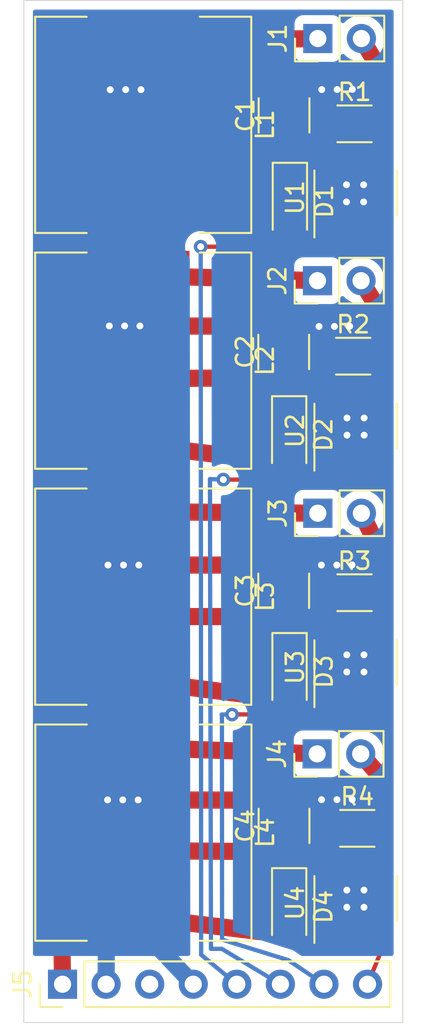
<source format=kicad_pcb>
(kicad_pcb (version 20171130) (host pcbnew "(5.1.6)-1")

  (general
    (thickness 1.6)
    (drawings 4)
    (tracks 157)
    (zones 0)
    (modules 25)
    (nets 20)
  )

  (page A4)
  (layers
    (0 F.Cu signal)
    (31 B.Cu signal)
    (32 B.Adhes user)
    (33 F.Adhes user)
    (34 B.Paste user)
    (35 F.Paste user)
    (36 B.SilkS user)
    (37 F.SilkS user)
    (38 B.Mask user)
    (39 F.Mask user)
    (40 Dwgs.User user)
    (41 Cmts.User user)
    (42 Eco1.User user)
    (43 Eco2.User user)
    (44 Edge.Cuts user)
    (45 Margin user)
    (46 B.CrtYd user)
    (47 F.CrtYd user)
    (48 B.Fab user)
    (49 F.Fab user)
  )

  (setup
    (last_trace_width 1)
    (user_trace_width 0.5)
    (user_trace_width 1)
    (user_trace_width 2)
    (trace_clearance 0.2)
    (zone_clearance 0.508)
    (zone_45_only no)
    (trace_min 0.2)
    (via_size 0.8)
    (via_drill 0.4)
    (via_min_size 0.4)
    (via_min_drill 0.3)
    (uvia_size 0.3)
    (uvia_drill 0.1)
    (uvias_allowed no)
    (uvia_min_size 0.2)
    (uvia_min_drill 0.1)
    (edge_width 0.05)
    (segment_width 0.2)
    (pcb_text_width 0.3)
    (pcb_text_size 1.5 1.5)
    (mod_edge_width 0.12)
    (mod_text_size 1 1)
    (mod_text_width 0.15)
    (pad_size 1.524 1.524)
    (pad_drill 0.762)
    (pad_to_mask_clearance 0.05)
    (aux_axis_origin 0 0)
    (visible_elements FFFFFF7F)
    (pcbplotparams
      (layerselection 0x010fc_ffffffff)
      (usegerberextensions false)
      (usegerberattributes true)
      (usegerberadvancedattributes true)
      (creategerberjobfile true)
      (excludeedgelayer true)
      (linewidth 0.100000)
      (plotframeref false)
      (viasonmask false)
      (mode 1)
      (useauxorigin false)
      (hpglpennumber 1)
      (hpglpenspeed 20)
      (hpglpendiameter 15.000000)
      (psnegative false)
      (psa4output false)
      (plotreference true)
      (plotvalue true)
      (plotinvisibletext false)
      (padsonsilk false)
      (subtractmaskfromsilk false)
      (outputformat 1)
      (mirror false)
      (drillshape 0)
      (scaleselection 1)
      (outputdirectory "Gerbers/"))
  )

  (net 0 "")
  (net 1 /Gnd)
  (net 2 /Vin)
  (net 3 /SW1)
  (net 4 /SW2)
  (net 5 /SW3)
  (net 6 /SW4)
  (net 7 /LED1+)
  (net 8 /LED1-)
  (net 9 /LED2+)
  (net 10 /LED2-)
  (net 11 /LED3+)
  (net 12 /LED3-)
  (net 13 /LED4-)
  (net 14 /LED4+)
  (net 15 /Dim4)
  (net 16 /Dim3)
  (net 17 /Dim2)
  (net 18 /Dim1)
  (net 19 "Net-(J5-Pad3)")

  (net_class Default "This is the default net class."
    (clearance 0.2)
    (trace_width 0.25)
    (via_dia 0.8)
    (via_drill 0.4)
    (uvia_dia 0.3)
    (uvia_drill 0.1)
    (add_net /Dim1)
    (add_net /Dim2)
    (add_net /Dim3)
    (add_net /Dim4)
    (add_net /Gnd)
    (add_net /LED1+)
    (add_net /LED1-)
    (add_net /LED2+)
    (add_net /LED2-)
    (add_net /LED3+)
    (add_net /LED3-)
    (add_net /LED4+)
    (add_net /LED4-)
    (add_net /SW1)
    (add_net /SW2)
    (add_net /SW3)
    (add_net /SW4)
    (add_net /Vin)
    (add_net "Net-(J5-Pad3)")
  )

  (module Capacitors_SMD:C_1210 (layer F.Cu) (tedit 58AA84E2) (tstamp 5F3C62BC)
    (at 86.39 27.39 90)
    (descr "Capacitor SMD 1210, reflow soldering, AVX (see smccp.pdf)")
    (tags "capacitor 1210")
    (path /5F3C804F)
    (attr smd)
    (fp_text reference C1 (at 0 -2.25 90) (layer F.SilkS)
      (effects (font (size 1 1) (thickness 0.15)))
    )
    (fp_text value 33uF (at 0 2.5 90) (layer F.Fab)
      (effects (font (size 1 1) (thickness 0.15)))
    )
    (fp_text user %R (at 0 -2.25 90) (layer F.Fab)
      (effects (font (size 1 1) (thickness 0.15)))
    )
    (fp_line (start -1.6 1.25) (end -1.6 -1.25) (layer F.Fab) (width 0.1))
    (fp_line (start 1.6 1.25) (end -1.6 1.25) (layer F.Fab) (width 0.1))
    (fp_line (start 1.6 -1.25) (end 1.6 1.25) (layer F.Fab) (width 0.1))
    (fp_line (start -1.6 -1.25) (end 1.6 -1.25) (layer F.Fab) (width 0.1))
    (fp_line (start 1 -1.48) (end -1 -1.48) (layer F.SilkS) (width 0.12))
    (fp_line (start -1 1.48) (end 1 1.48) (layer F.SilkS) (width 0.12))
    (fp_line (start -2.25 -1.5) (end 2.25 -1.5) (layer F.CrtYd) (width 0.05))
    (fp_line (start -2.25 -1.5) (end -2.25 1.5) (layer F.CrtYd) (width 0.05))
    (fp_line (start 2.25 1.5) (end 2.25 -1.5) (layer F.CrtYd) (width 0.05))
    (fp_line (start 2.25 1.5) (end -2.25 1.5) (layer F.CrtYd) (width 0.05))
    (pad 2 smd rect (at 1.5 0 90) (size 1 2.5) (layers F.Cu F.Paste F.Mask)
      (net 1 /Gnd))
    (pad 1 smd rect (at -1.5 0 90) (size 1 2.5) (layers F.Cu F.Paste F.Mask)
      (net 2 /Vin))
    (model Capacitors_SMD.3dshapes/C_1210.wrl
      (at (xyz 0 0 0))
      (scale (xyz 1 1 1))
      (rotate (xyz 0 0 0))
    )
  )

  (module Diodes_SMD:D_SOD-123 (layer F.Cu) (tedit 58645DC7) (tstamp 5F3C62D5)
    (at 86.73 32.4 270)
    (descr SOD-123)
    (tags SOD-123)
    (path /5F3C641F)
    (attr smd)
    (fp_text reference D1 (at 0 -2 90) (layer F.SilkS)
      (effects (font (size 1 1) (thickness 0.15)))
    )
    (fp_text value 1N5819 (at 0 2.1 90) (layer F.Fab)
      (effects (font (size 1 1) (thickness 0.15)))
    )
    (fp_text user %R (at 0 -2 90) (layer F.Fab)
      (effects (font (size 1 1) (thickness 0.15)))
    )
    (fp_line (start -2.25 -1) (end -2.25 1) (layer F.SilkS) (width 0.12))
    (fp_line (start 0.25 0) (end 0.75 0) (layer F.Fab) (width 0.1))
    (fp_line (start 0.25 0.4) (end -0.35 0) (layer F.Fab) (width 0.1))
    (fp_line (start 0.25 -0.4) (end 0.25 0.4) (layer F.Fab) (width 0.1))
    (fp_line (start -0.35 0) (end 0.25 -0.4) (layer F.Fab) (width 0.1))
    (fp_line (start -0.35 0) (end -0.35 0.55) (layer F.Fab) (width 0.1))
    (fp_line (start -0.35 0) (end -0.35 -0.55) (layer F.Fab) (width 0.1))
    (fp_line (start -0.75 0) (end -0.35 0) (layer F.Fab) (width 0.1))
    (fp_line (start -1.4 0.9) (end -1.4 -0.9) (layer F.Fab) (width 0.1))
    (fp_line (start 1.4 0.9) (end -1.4 0.9) (layer F.Fab) (width 0.1))
    (fp_line (start 1.4 -0.9) (end 1.4 0.9) (layer F.Fab) (width 0.1))
    (fp_line (start -1.4 -0.9) (end 1.4 -0.9) (layer F.Fab) (width 0.1))
    (fp_line (start -2.35 -1.15) (end 2.35 -1.15) (layer F.CrtYd) (width 0.05))
    (fp_line (start 2.35 -1.15) (end 2.35 1.15) (layer F.CrtYd) (width 0.05))
    (fp_line (start 2.35 1.15) (end -2.35 1.15) (layer F.CrtYd) (width 0.05))
    (fp_line (start -2.35 -1.15) (end -2.35 1.15) (layer F.CrtYd) (width 0.05))
    (fp_line (start -2.25 1) (end 1.65 1) (layer F.SilkS) (width 0.12))
    (fp_line (start -2.25 -1) (end 1.65 -1) (layer F.SilkS) (width 0.12))
    (pad 2 smd rect (at 1.65 0 270) (size 0.9 1.2) (layers F.Cu F.Paste F.Mask)
      (net 3 /SW1))
    (pad 1 smd rect (at -1.65 0 270) (size 0.9 1.2) (layers F.Cu F.Paste F.Mask)
      (net 2 /Vin))
    (model ${KISYS3DMOD}/Diodes_SMD.3dshapes/D_SOD-123.wrl
      (at (xyz 0 0 0))
      (scale (xyz 1 1 1))
      (rotate (xyz 0 0 0))
    )
  )

  (module Pin_Headers:Pin_Header_Straight_1x02_Pitch2.54mm (layer F.Cu) (tedit 59650532) (tstamp 5F3D4451)
    (at 88.36 22.91 90)
    (descr "Through hole straight pin header, 1x02, 2.54mm pitch, single row")
    (tags "Through hole pin header THT 1x02 2.54mm single row")
    (path /5F3CC684)
    (fp_text reference J1 (at 0 -2.33 90) (layer F.SilkS)
      (effects (font (size 1 1) (thickness 0.15)))
    )
    (fp_text value LED (at 0 4.87 90) (layer F.Fab)
      (effects (font (size 1 1) (thickness 0.15)))
    )
    (fp_text user %R (at 0 1.27) (layer F.Fab)
      (effects (font (size 1 1) (thickness 0.15)))
    )
    (fp_line (start -0.635 -1.27) (end 1.27 -1.27) (layer F.Fab) (width 0.1))
    (fp_line (start 1.27 -1.27) (end 1.27 3.81) (layer F.Fab) (width 0.1))
    (fp_line (start 1.27 3.81) (end -1.27 3.81) (layer F.Fab) (width 0.1))
    (fp_line (start -1.27 3.81) (end -1.27 -0.635) (layer F.Fab) (width 0.1))
    (fp_line (start -1.27 -0.635) (end -0.635 -1.27) (layer F.Fab) (width 0.1))
    (fp_line (start -1.33 3.87) (end 1.33 3.87) (layer F.SilkS) (width 0.12))
    (fp_line (start -1.33 1.27) (end -1.33 3.87) (layer F.SilkS) (width 0.12))
    (fp_line (start 1.33 1.27) (end 1.33 3.87) (layer F.SilkS) (width 0.12))
    (fp_line (start -1.33 1.27) (end 1.33 1.27) (layer F.SilkS) (width 0.12))
    (fp_line (start -1.33 0) (end -1.33 -1.33) (layer F.SilkS) (width 0.12))
    (fp_line (start -1.33 -1.33) (end 0 -1.33) (layer F.SilkS) (width 0.12))
    (fp_line (start -1.8 -1.8) (end -1.8 4.35) (layer F.CrtYd) (width 0.05))
    (fp_line (start -1.8 4.35) (end 1.8 4.35) (layer F.CrtYd) (width 0.05))
    (fp_line (start 1.8 4.35) (end 1.8 -1.8) (layer F.CrtYd) (width 0.05))
    (fp_line (start 1.8 -1.8) (end -1.8 -1.8) (layer F.CrtYd) (width 0.05))
    (pad 2 thru_hole oval (at 0 2.54 90) (size 1.7 1.7) (drill 1) (layers *.Cu *.Mask)
      (net 7 /LED1+))
    (pad 1 thru_hole rect (at 0 0 90) (size 1.7 1.7) (drill 1) (layers *.Cu *.Mask)
      (net 8 /LED1-))
    (model ${KISYS3DMOD}/Pin_Headers.3dshapes/Pin_Header_Straight_1x02_Pitch2.54mm.wrl
      (at (xyz 0 0 0))
      (scale (xyz 1 1 1))
      (rotate (xyz 0 0 0))
    )
  )

  (module Inductors_SMD:L_12x12mm_h6mm (layer F.Cu) (tedit 5990349B) (tstamp 5F3D3BE0)
    (at 78.18 27.94 270)
    (descr "Choke, SMD, 12x12mm 6mm height")
    (tags "Choke SMD")
    (path /5F3C7340)
    (attr smd)
    (fp_text reference L1 (at 0 -7.1 90) (layer F.SilkS)
      (effects (font (size 1 1) (thickness 0.15)))
    )
    (fp_text value 47mH (at 0 7.5 90) (layer F.Fab)
      (effects (font (size 1 1) (thickness 0.15)))
    )
    (fp_text user %R (at 0 0 90) (layer F.Fab)
      (effects (font (size 1 1) (thickness 0.15)))
    )
    (fp_line (start 6.3 3.3) (end 6.3 6.3) (layer F.SilkS) (width 0.12))
    (fp_line (start 6.3 6.3) (end -6.3 6.3) (layer F.SilkS) (width 0.12))
    (fp_line (start -6.3 6.3) (end -6.3 3.3) (layer F.SilkS) (width 0.12))
    (fp_line (start -6.3 -3.3) (end -6.3 -6.3) (layer F.SilkS) (width 0.12))
    (fp_line (start -6.3 -6.3) (end 6.3 -6.3) (layer F.SilkS) (width 0.12))
    (fp_line (start 6.3 -6.3) (end 6.3 -3.3) (layer F.SilkS) (width 0.12))
    (fp_line (start -6.86 -6.6) (end 6.86 -6.6) (layer F.CrtYd) (width 0.05))
    (fp_line (start 6.86 -6.6) (end 6.86 6.6) (layer F.CrtYd) (width 0.05))
    (fp_line (start 6.86 6.6) (end -6.86 6.6) (layer F.CrtYd) (width 0.05))
    (fp_line (start -6.86 6.6) (end -6.86 -6.6) (layer F.CrtYd) (width 0.05))
    (fp_line (start 4.9 3.3) (end 5 3.4) (layer F.Fab) (width 0.1))
    (fp_line (start 5 3.4) (end 5.1 3.8) (layer F.Fab) (width 0.1))
    (fp_line (start 5.1 3.8) (end 5 4.3) (layer F.Fab) (width 0.1))
    (fp_line (start 5 4.3) (end 4.8 4.6) (layer F.Fab) (width 0.1))
    (fp_line (start 4.8 4.6) (end 4.5 5) (layer F.Fab) (width 0.1))
    (fp_line (start 4.5 5) (end 4 5.1) (layer F.Fab) (width 0.1))
    (fp_line (start 4 5.1) (end 3.5 5) (layer F.Fab) (width 0.1))
    (fp_line (start 3.5 5) (end 3.1 4.7) (layer F.Fab) (width 0.1))
    (fp_line (start 3.1 4.7) (end 3 4.6) (layer F.Fab) (width 0.1))
    (fp_line (start 3 4.6) (end 2.4 5) (layer F.Fab) (width 0.1))
    (fp_line (start 2.4 5) (end 1.6 5.3) (layer F.Fab) (width 0.1))
    (fp_line (start 1.6 5.3) (end 0.6 5.5) (layer F.Fab) (width 0.1))
    (fp_line (start 0.6 5.5) (end -0.6 5.5) (layer F.Fab) (width 0.1))
    (fp_line (start -0.6 5.5) (end -1.5 5.3) (layer F.Fab) (width 0.1))
    (fp_line (start -1.5 5.3) (end -2.1 5.1) (layer F.Fab) (width 0.1))
    (fp_line (start -2.1 5.1) (end -2.6 4.9) (layer F.Fab) (width 0.1))
    (fp_line (start -2.6 4.9) (end -3 4.7) (layer F.Fab) (width 0.1))
    (fp_line (start -3 4.7) (end -3.3 4.9) (layer F.Fab) (width 0.1))
    (fp_line (start -3.3 4.9) (end -3.9 5.1) (layer F.Fab) (width 0.1))
    (fp_line (start -3.9 5.1) (end -4.3 5) (layer F.Fab) (width 0.1))
    (fp_line (start -4.3 5) (end -4.6 4.8) (layer F.Fab) (width 0.1))
    (fp_line (start -4.6 4.8) (end -4.9 4.6) (layer F.Fab) (width 0.1))
    (fp_line (start -4.9 4.6) (end -5.1 4.1) (layer F.Fab) (width 0.1))
    (fp_line (start -5.1 4.1) (end -5 3.6) (layer F.Fab) (width 0.1))
    (fp_line (start -5 3.6) (end -4.8 3.2) (layer F.Fab) (width 0.1))
    (fp_line (start 4.9 -3.3) (end 5 -3.6) (layer F.Fab) (width 0.1))
    (fp_line (start 5 -3.6) (end 5.1 -4) (layer F.Fab) (width 0.1))
    (fp_line (start 5.1 -4) (end 5 -4.3) (layer F.Fab) (width 0.1))
    (fp_line (start 5 -4.3) (end 4.8 -4.7) (layer F.Fab) (width 0.1))
    (fp_line (start 4.8 -4.7) (end 4.5 -4.9) (layer F.Fab) (width 0.1))
    (fp_line (start 4.5 -4.9) (end 4.2 -5.1) (layer F.Fab) (width 0.1))
    (fp_line (start 4.2 -5.1) (end 3.9 -5.1) (layer F.Fab) (width 0.1))
    (fp_line (start 3.9 -5.1) (end 3.6 -5) (layer F.Fab) (width 0.1))
    (fp_line (start 3.6 -5) (end 3.3 -4.9) (layer F.Fab) (width 0.1))
    (fp_line (start 3.3 -4.9) (end 3 -4.6) (layer F.Fab) (width 0.1))
    (fp_line (start 3 -4.6) (end 2.6 -4.9) (layer F.Fab) (width 0.1))
    (fp_line (start 2.6 -4.9) (end 2.2 -5.1) (layer F.Fab) (width 0.1))
    (fp_line (start 2.2 -5.1) (end 1.7 -5.3) (layer F.Fab) (width 0.1))
    (fp_line (start 1.7 -5.3) (end 0.9 -5.5) (layer F.Fab) (width 0.1))
    (fp_line (start 0.9 -5.5) (end 0 -5.6) (layer F.Fab) (width 0.1))
    (fp_line (start 0 -5.6) (end -0.8 -5.5) (layer F.Fab) (width 0.1))
    (fp_line (start -0.8 -5.5) (end -1.7 -5.3) (layer F.Fab) (width 0.1))
    (fp_line (start -1.7 -5.3) (end -2.6 -4.9) (layer F.Fab) (width 0.1))
    (fp_line (start -2.6 -4.9) (end -3 -4.7) (layer F.Fab) (width 0.1))
    (fp_line (start -3 -4.7) (end -3.3 -4.9) (layer F.Fab) (width 0.1))
    (fp_line (start -3.3 -4.9) (end -3.7 -5.1) (layer F.Fab) (width 0.1))
    (fp_line (start -3.7 -5.1) (end -4.2 -5) (layer F.Fab) (width 0.1))
    (fp_line (start -4.2 -5) (end -4.6 -4.8) (layer F.Fab) (width 0.1))
    (fp_line (start -4.6 -4.8) (end -4.9 -4.5) (layer F.Fab) (width 0.1))
    (fp_line (start -4.9 -4.5) (end -5.1 -4) (layer F.Fab) (width 0.1))
    (fp_line (start -5.1 -4) (end -5 -3.5) (layer F.Fab) (width 0.1))
    (fp_line (start -5 -3.5) (end -4.8 -3.2) (layer F.Fab) (width 0.1))
    (fp_line (start -6.2 3.3) (end -6.2 6.2) (layer F.Fab) (width 0.1))
    (fp_line (start -6.2 6.2) (end 6.2 6.2) (layer F.Fab) (width 0.1))
    (fp_line (start 6.2 6.2) (end 6.2 3.3) (layer F.Fab) (width 0.1))
    (fp_line (start 6.2 -6.2) (end -6.2 -6.2) (layer F.Fab) (width 0.1))
    (fp_line (start -6.2 -6.2) (end -6.2 -3.3) (layer F.Fab) (width 0.1))
    (fp_line (start 6.2 -6.2) (end 6.2 -3.3) (layer F.Fab) (width 0.1))
    (fp_circle (center 0 0) (end 0.9 0) (layer F.Adhes) (width 0.38))
    (fp_circle (center 0 0) (end 0.55 0) (layer F.Adhes) (width 0.38))
    (fp_circle (center 0 0) (end 0.15 0.15) (layer F.Adhes) (width 0.38))
    (fp_circle (center -2.1 3) (end -1.8 3.25) (layer F.Fab) (width 0.1))
    (pad 2 smd rect (at 4.95 0 270) (size 2.9 5.4) (layers F.Cu F.Paste F.Mask)
      (net 3 /SW1))
    (pad 1 smd rect (at -4.95 0 270) (size 2.9 5.4) (layers F.Cu F.Paste F.Mask)
      (net 8 /LED1-))
    (model ${KISYS3DMOD}/Inductors_SMD.3dshapes/L_12x12mm_h6mm.wrl
      (at (xyz 0 0 0))
      (scale (xyz 4 4 4))
      (rotate (xyz 0 0 0))
    )
  )

  (module Resistors_SMD:R_1206 (layer F.Cu) (tedit 58E0A804) (tstamp 5F3C6377)
    (at 90.5 27.88)
    (descr "Resistor SMD 1206, reflow soldering, Vishay (see dcrcw.pdf)")
    (tags "resistor 1206")
    (path /5F3C7B30)
    (attr smd)
    (fp_text reference R1 (at 0 -1.85) (layer F.SilkS)
      (effects (font (size 1 1) (thickness 0.15)))
    )
    (fp_text value 0.2 (at 0 1.95) (layer F.Fab)
      (effects (font (size 1 1) (thickness 0.15)))
    )
    (fp_text user %R (at 0 0) (layer F.Fab)
      (effects (font (size 0.7 0.7) (thickness 0.105)))
    )
    (fp_line (start -1.6 0.8) (end -1.6 -0.8) (layer F.Fab) (width 0.1))
    (fp_line (start 1.6 0.8) (end -1.6 0.8) (layer F.Fab) (width 0.1))
    (fp_line (start 1.6 -0.8) (end 1.6 0.8) (layer F.Fab) (width 0.1))
    (fp_line (start -1.6 -0.8) (end 1.6 -0.8) (layer F.Fab) (width 0.1))
    (fp_line (start 1 1.07) (end -1 1.07) (layer F.SilkS) (width 0.12))
    (fp_line (start -1 -1.07) (end 1 -1.07) (layer F.SilkS) (width 0.12))
    (fp_line (start -2.15 -1.11) (end 2.15 -1.11) (layer F.CrtYd) (width 0.05))
    (fp_line (start -2.15 -1.11) (end -2.15 1.1) (layer F.CrtYd) (width 0.05))
    (fp_line (start 2.15 1.1) (end 2.15 -1.11) (layer F.CrtYd) (width 0.05))
    (fp_line (start 2.15 1.1) (end -2.15 1.1) (layer F.CrtYd) (width 0.05))
    (pad 2 smd rect (at 1.45 0) (size 0.9 1.7) (layers F.Cu F.Paste F.Mask)
      (net 7 /LED1+))
    (pad 1 smd rect (at -1.45 0) (size 0.9 1.7) (layers F.Cu F.Paste F.Mask)
      (net 2 /Vin))
    (model ${KISYS3DMOD}/Resistors_SMD.3dshapes/R_1206.wrl
      (at (xyz 0 0 0))
      (scale (xyz 1 1 1))
      (rotate (xyz 0 0 0))
    )
  )

  (module Capacitors_SMD:C_1210 (layer F.Cu) (tedit 58AA84E2) (tstamp 5F3C8E73)
    (at 86.37 41.17 90)
    (descr "Capacitor SMD 1210, reflow soldering, AVX (see smccp.pdf)")
    (tags "capacitor 1210")
    (path /5F3EAA4A)
    (attr smd)
    (fp_text reference C2 (at 0 -2.25 90) (layer F.SilkS)
      (effects (font (size 1 1) (thickness 0.15)))
    )
    (fp_text value 33uF (at 0 2.5 90) (layer F.Fab)
      (effects (font (size 1 1) (thickness 0.15)))
    )
    (fp_text user %R (at 0 -2.25 90) (layer F.Fab)
      (effects (font (size 1 1) (thickness 0.15)))
    )
    (fp_line (start -1.6 1.25) (end -1.6 -1.25) (layer F.Fab) (width 0.1))
    (fp_line (start 1.6 1.25) (end -1.6 1.25) (layer F.Fab) (width 0.1))
    (fp_line (start 1.6 -1.25) (end 1.6 1.25) (layer F.Fab) (width 0.1))
    (fp_line (start -1.6 -1.25) (end 1.6 -1.25) (layer F.Fab) (width 0.1))
    (fp_line (start 1 -1.48) (end -1 -1.48) (layer F.SilkS) (width 0.12))
    (fp_line (start -1 1.48) (end 1 1.48) (layer F.SilkS) (width 0.12))
    (fp_line (start -2.25 -1.5) (end 2.25 -1.5) (layer F.CrtYd) (width 0.05))
    (fp_line (start -2.25 -1.5) (end -2.25 1.5) (layer F.CrtYd) (width 0.05))
    (fp_line (start 2.25 1.5) (end 2.25 -1.5) (layer F.CrtYd) (width 0.05))
    (fp_line (start 2.25 1.5) (end -2.25 1.5) (layer F.CrtYd) (width 0.05))
    (pad 2 smd rect (at 1.5 0 90) (size 1 2.5) (layers F.Cu F.Paste F.Mask)
      (net 1 /Gnd))
    (pad 1 smd rect (at -1.5 0 90) (size 1 2.5) (layers F.Cu F.Paste F.Mask)
      (net 2 /Vin))
    (model Capacitors_SMD.3dshapes/C_1210.wrl
      (at (xyz 0 0 0))
      (scale (xyz 1 1 1))
      (rotate (xyz 0 0 0))
    )
  )

  (module Capacitors_SMD:C_1210 (layer F.Cu) (tedit 58AA84E2) (tstamp 5F3C8E84)
    (at 86.37 55.09 90)
    (descr "Capacitor SMD 1210, reflow soldering, AVX (see smccp.pdf)")
    (tags "capacitor 1210")
    (path /5F3EE6A8)
    (attr smd)
    (fp_text reference C3 (at 0 -2.25 90) (layer F.SilkS)
      (effects (font (size 1 1) (thickness 0.15)))
    )
    (fp_text value 33uF (at 0 2.5 90) (layer F.Fab)
      (effects (font (size 1 1) (thickness 0.15)))
    )
    (fp_text user %R (at 0 -2.25 90) (layer F.Fab)
      (effects (font (size 1 1) (thickness 0.15)))
    )
    (fp_line (start -1.6 1.25) (end -1.6 -1.25) (layer F.Fab) (width 0.1))
    (fp_line (start 1.6 1.25) (end -1.6 1.25) (layer F.Fab) (width 0.1))
    (fp_line (start 1.6 -1.25) (end 1.6 1.25) (layer F.Fab) (width 0.1))
    (fp_line (start -1.6 -1.25) (end 1.6 -1.25) (layer F.Fab) (width 0.1))
    (fp_line (start 1 -1.48) (end -1 -1.48) (layer F.SilkS) (width 0.12))
    (fp_line (start -1 1.48) (end 1 1.48) (layer F.SilkS) (width 0.12))
    (fp_line (start -2.25 -1.5) (end 2.25 -1.5) (layer F.CrtYd) (width 0.05))
    (fp_line (start -2.25 -1.5) (end -2.25 1.5) (layer F.CrtYd) (width 0.05))
    (fp_line (start 2.25 1.5) (end 2.25 -1.5) (layer F.CrtYd) (width 0.05))
    (fp_line (start 2.25 1.5) (end -2.25 1.5) (layer F.CrtYd) (width 0.05))
    (pad 2 smd rect (at 1.5 0 90) (size 1 2.5) (layers F.Cu F.Paste F.Mask)
      (net 1 /Gnd))
    (pad 1 smd rect (at -1.5 0 90) (size 1 2.5) (layers F.Cu F.Paste F.Mask)
      (net 2 /Vin))
    (model Capacitors_SMD.3dshapes/C_1210.wrl
      (at (xyz 0 0 0))
      (scale (xyz 1 1 1))
      (rotate (xyz 0 0 0))
    )
  )

  (module Capacitors_SMD:C_1210 (layer F.Cu) (tedit 58AA84E2) (tstamp 5F3C8E95)
    (at 86.39 68.79 90)
    (descr "Capacitor SMD 1210, reflow soldering, AVX (see smccp.pdf)")
    (tags "capacitor 1210")
    (path /5F3F2EE0)
    (attr smd)
    (fp_text reference C4 (at 0 -2.25 90) (layer F.SilkS)
      (effects (font (size 1 1) (thickness 0.15)))
    )
    (fp_text value 33uF (at 0 2.5 90) (layer F.Fab)
      (effects (font (size 1 1) (thickness 0.15)))
    )
    (fp_line (start 2.25 1.5) (end -2.25 1.5) (layer F.CrtYd) (width 0.05))
    (fp_line (start 2.25 1.5) (end 2.25 -1.5) (layer F.CrtYd) (width 0.05))
    (fp_line (start -2.25 -1.5) (end -2.25 1.5) (layer F.CrtYd) (width 0.05))
    (fp_line (start -2.25 -1.5) (end 2.25 -1.5) (layer F.CrtYd) (width 0.05))
    (fp_line (start -1 1.48) (end 1 1.48) (layer F.SilkS) (width 0.12))
    (fp_line (start 1 -1.48) (end -1 -1.48) (layer F.SilkS) (width 0.12))
    (fp_line (start -1.6 -1.25) (end 1.6 -1.25) (layer F.Fab) (width 0.1))
    (fp_line (start 1.6 -1.25) (end 1.6 1.25) (layer F.Fab) (width 0.1))
    (fp_line (start 1.6 1.25) (end -1.6 1.25) (layer F.Fab) (width 0.1))
    (fp_line (start -1.6 1.25) (end -1.6 -1.25) (layer F.Fab) (width 0.1))
    (fp_text user %R (at 0 -2.25 90) (layer F.Fab)
      (effects (font (size 1 1) (thickness 0.15)))
    )
    (pad 1 smd rect (at -1.5 0 90) (size 1 2.5) (layers F.Cu F.Paste F.Mask)
      (net 2 /Vin))
    (pad 2 smd rect (at 1.5 0 90) (size 1 2.5) (layers F.Cu F.Paste F.Mask)
      (net 1 /Gnd))
    (model Capacitors_SMD.3dshapes/C_1210.wrl
      (at (xyz 0 0 0))
      (scale (xyz 1 1 1))
      (rotate (xyz 0 0 0))
    )
  )

  (module Diodes_SMD:D_SOD-123 (layer F.Cu) (tedit 58645DC7) (tstamp 5F3D45AB)
    (at 86.69 46 270)
    (descr SOD-123)
    (tags SOD-123)
    (path /5F3EAA5F)
    (attr smd)
    (fp_text reference D2 (at 0 -2 90) (layer F.SilkS)
      (effects (font (size 1 1) (thickness 0.15)))
    )
    (fp_text value 1N5819 (at 0 2.1 90) (layer F.Fab)
      (effects (font (size 1 1) (thickness 0.15)))
    )
    (fp_text user %R (at 0 -2 90) (layer F.Fab)
      (effects (font (size 1 1) (thickness 0.15)))
    )
    (fp_line (start -2.25 -1) (end -2.25 1) (layer F.SilkS) (width 0.12))
    (fp_line (start 0.25 0) (end 0.75 0) (layer F.Fab) (width 0.1))
    (fp_line (start 0.25 0.4) (end -0.35 0) (layer F.Fab) (width 0.1))
    (fp_line (start 0.25 -0.4) (end 0.25 0.4) (layer F.Fab) (width 0.1))
    (fp_line (start -0.35 0) (end 0.25 -0.4) (layer F.Fab) (width 0.1))
    (fp_line (start -0.35 0) (end -0.35 0.55) (layer F.Fab) (width 0.1))
    (fp_line (start -0.35 0) (end -0.35 -0.55) (layer F.Fab) (width 0.1))
    (fp_line (start -0.75 0) (end -0.35 0) (layer F.Fab) (width 0.1))
    (fp_line (start -1.4 0.9) (end -1.4 -0.9) (layer F.Fab) (width 0.1))
    (fp_line (start 1.4 0.9) (end -1.4 0.9) (layer F.Fab) (width 0.1))
    (fp_line (start 1.4 -0.9) (end 1.4 0.9) (layer F.Fab) (width 0.1))
    (fp_line (start -1.4 -0.9) (end 1.4 -0.9) (layer F.Fab) (width 0.1))
    (fp_line (start -2.35 -1.15) (end 2.35 -1.15) (layer F.CrtYd) (width 0.05))
    (fp_line (start 2.35 -1.15) (end 2.35 1.15) (layer F.CrtYd) (width 0.05))
    (fp_line (start 2.35 1.15) (end -2.35 1.15) (layer F.CrtYd) (width 0.05))
    (fp_line (start -2.35 -1.15) (end -2.35 1.15) (layer F.CrtYd) (width 0.05))
    (fp_line (start -2.25 1) (end 1.65 1) (layer F.SilkS) (width 0.12))
    (fp_line (start -2.25 -1) (end 1.65 -1) (layer F.SilkS) (width 0.12))
    (pad 2 smd rect (at 1.65 0 270) (size 0.9 1.2) (layers F.Cu F.Paste F.Mask)
      (net 4 /SW2))
    (pad 1 smd rect (at -1.65 0 270) (size 0.9 1.2) (layers F.Cu F.Paste F.Mask)
      (net 2 /Vin))
    (model ${KISYS3DMOD}/Diodes_SMD.3dshapes/D_SOD-123.wrl
      (at (xyz 0 0 0))
      (scale (xyz 1 1 1))
      (rotate (xyz 0 0 0))
    )
  )

  (module Diodes_SMD:D_SOD-123 (layer F.Cu) (tedit 58645DC7) (tstamp 5F3C8EC7)
    (at 86.71 59.8 270)
    (descr SOD-123)
    (tags SOD-123)
    (path /5F3EE6BD)
    (attr smd)
    (fp_text reference D3 (at 0 -2 90) (layer F.SilkS)
      (effects (font (size 1 1) (thickness 0.15)))
    )
    (fp_text value 1N5819 (at 0 2.1 90) (layer F.Fab)
      (effects (font (size 1 1) (thickness 0.15)))
    )
    (fp_line (start -2.25 -1) (end 1.65 -1) (layer F.SilkS) (width 0.12))
    (fp_line (start -2.25 1) (end 1.65 1) (layer F.SilkS) (width 0.12))
    (fp_line (start -2.35 -1.15) (end -2.35 1.15) (layer F.CrtYd) (width 0.05))
    (fp_line (start 2.35 1.15) (end -2.35 1.15) (layer F.CrtYd) (width 0.05))
    (fp_line (start 2.35 -1.15) (end 2.35 1.15) (layer F.CrtYd) (width 0.05))
    (fp_line (start -2.35 -1.15) (end 2.35 -1.15) (layer F.CrtYd) (width 0.05))
    (fp_line (start -1.4 -0.9) (end 1.4 -0.9) (layer F.Fab) (width 0.1))
    (fp_line (start 1.4 -0.9) (end 1.4 0.9) (layer F.Fab) (width 0.1))
    (fp_line (start 1.4 0.9) (end -1.4 0.9) (layer F.Fab) (width 0.1))
    (fp_line (start -1.4 0.9) (end -1.4 -0.9) (layer F.Fab) (width 0.1))
    (fp_line (start -0.75 0) (end -0.35 0) (layer F.Fab) (width 0.1))
    (fp_line (start -0.35 0) (end -0.35 -0.55) (layer F.Fab) (width 0.1))
    (fp_line (start -0.35 0) (end -0.35 0.55) (layer F.Fab) (width 0.1))
    (fp_line (start -0.35 0) (end 0.25 -0.4) (layer F.Fab) (width 0.1))
    (fp_line (start 0.25 -0.4) (end 0.25 0.4) (layer F.Fab) (width 0.1))
    (fp_line (start 0.25 0.4) (end -0.35 0) (layer F.Fab) (width 0.1))
    (fp_line (start 0.25 0) (end 0.75 0) (layer F.Fab) (width 0.1))
    (fp_line (start -2.25 -1) (end -2.25 1) (layer F.SilkS) (width 0.12))
    (fp_text user %R (at 0 -2 90) (layer F.Fab)
      (effects (font (size 1 1) (thickness 0.15)))
    )
    (pad 1 smd rect (at -1.65 0 270) (size 0.9 1.2) (layers F.Cu F.Paste F.Mask)
      (net 2 /Vin))
    (pad 2 smd rect (at 1.65 0 270) (size 0.9 1.2) (layers F.Cu F.Paste F.Mask)
      (net 5 /SW3))
    (model ${KISYS3DMOD}/Diodes_SMD.3dshapes/D_SOD-123.wrl
      (at (xyz 0 0 0))
      (scale (xyz 1 1 1))
      (rotate (xyz 0 0 0))
    )
  )

  (module Diodes_SMD:D_SOD-123 (layer F.Cu) (tedit 58645DC7) (tstamp 5F3C8EE0)
    (at 86.69 73.5 270)
    (descr SOD-123)
    (tags SOD-123)
    (path /5F3F2EF5)
    (attr smd)
    (fp_text reference D4 (at 0 -2 90) (layer F.SilkS)
      (effects (font (size 1 1) (thickness 0.15)))
    )
    (fp_text value 1N5819 (at 0 2.1 90) (layer F.Fab)
      (effects (font (size 1 1) (thickness 0.15)))
    )
    (fp_text user %R (at 0 -2 90) (layer F.Fab)
      (effects (font (size 1 1) (thickness 0.15)))
    )
    (fp_line (start -2.25 -1) (end -2.25 1) (layer F.SilkS) (width 0.12))
    (fp_line (start 0.25 0) (end 0.75 0) (layer F.Fab) (width 0.1))
    (fp_line (start 0.25 0.4) (end -0.35 0) (layer F.Fab) (width 0.1))
    (fp_line (start 0.25 -0.4) (end 0.25 0.4) (layer F.Fab) (width 0.1))
    (fp_line (start -0.35 0) (end 0.25 -0.4) (layer F.Fab) (width 0.1))
    (fp_line (start -0.35 0) (end -0.35 0.55) (layer F.Fab) (width 0.1))
    (fp_line (start -0.35 0) (end -0.35 -0.55) (layer F.Fab) (width 0.1))
    (fp_line (start -0.75 0) (end -0.35 0) (layer F.Fab) (width 0.1))
    (fp_line (start -1.4 0.9) (end -1.4 -0.9) (layer F.Fab) (width 0.1))
    (fp_line (start 1.4 0.9) (end -1.4 0.9) (layer F.Fab) (width 0.1))
    (fp_line (start 1.4 -0.9) (end 1.4 0.9) (layer F.Fab) (width 0.1))
    (fp_line (start -1.4 -0.9) (end 1.4 -0.9) (layer F.Fab) (width 0.1))
    (fp_line (start -2.35 -1.15) (end 2.35 -1.15) (layer F.CrtYd) (width 0.05))
    (fp_line (start 2.35 -1.15) (end 2.35 1.15) (layer F.CrtYd) (width 0.05))
    (fp_line (start 2.35 1.15) (end -2.35 1.15) (layer F.CrtYd) (width 0.05))
    (fp_line (start -2.35 -1.15) (end -2.35 1.15) (layer F.CrtYd) (width 0.05))
    (fp_line (start -2.25 1) (end 1.65 1) (layer F.SilkS) (width 0.12))
    (fp_line (start -2.25 -1) (end 1.65 -1) (layer F.SilkS) (width 0.12))
    (pad 2 smd rect (at 1.65 0 270) (size 0.9 1.2) (layers F.Cu F.Paste F.Mask)
      (net 6 /SW4))
    (pad 1 smd rect (at -1.65 0 270) (size 0.9 1.2) (layers F.Cu F.Paste F.Mask)
      (net 2 /Vin))
    (model ${KISYS3DMOD}/Diodes_SMD.3dshapes/D_SOD-123.wrl
      (at (xyz 0 0 0))
      (scale (xyz 1 1 1))
      (rotate (xyz 0 0 0))
    )
  )

  (module Pin_Headers:Pin_Header_Straight_1x02_Pitch2.54mm (layer F.Cu) (tedit 59650532) (tstamp 5F3C8EF6)
    (at 88.34 37.02 90)
    (descr "Through hole straight pin header, 1x02, 2.54mm pitch, single row")
    (tags "Through hole pin header THT 1x02 2.54mm single row")
    (path /5F3EAA3F)
    (fp_text reference J2 (at 0 -2.33 90) (layer F.SilkS)
      (effects (font (size 1 1) (thickness 0.15)))
    )
    (fp_text value LED (at 0 4.87 90) (layer F.Fab)
      (effects (font (size 1 1) (thickness 0.15)))
    )
    (fp_text user %R (at 0 1.27) (layer F.Fab)
      (effects (font (size 1 1) (thickness 0.15)))
    )
    (fp_line (start -0.635 -1.27) (end 1.27 -1.27) (layer F.Fab) (width 0.1))
    (fp_line (start 1.27 -1.27) (end 1.27 3.81) (layer F.Fab) (width 0.1))
    (fp_line (start 1.27 3.81) (end -1.27 3.81) (layer F.Fab) (width 0.1))
    (fp_line (start -1.27 3.81) (end -1.27 -0.635) (layer F.Fab) (width 0.1))
    (fp_line (start -1.27 -0.635) (end -0.635 -1.27) (layer F.Fab) (width 0.1))
    (fp_line (start -1.33 3.87) (end 1.33 3.87) (layer F.SilkS) (width 0.12))
    (fp_line (start -1.33 1.27) (end -1.33 3.87) (layer F.SilkS) (width 0.12))
    (fp_line (start 1.33 1.27) (end 1.33 3.87) (layer F.SilkS) (width 0.12))
    (fp_line (start -1.33 1.27) (end 1.33 1.27) (layer F.SilkS) (width 0.12))
    (fp_line (start -1.33 0) (end -1.33 -1.33) (layer F.SilkS) (width 0.12))
    (fp_line (start -1.33 -1.33) (end 0 -1.33) (layer F.SilkS) (width 0.12))
    (fp_line (start -1.8 -1.8) (end -1.8 4.35) (layer F.CrtYd) (width 0.05))
    (fp_line (start -1.8 4.35) (end 1.8 4.35) (layer F.CrtYd) (width 0.05))
    (fp_line (start 1.8 4.35) (end 1.8 -1.8) (layer F.CrtYd) (width 0.05))
    (fp_line (start 1.8 -1.8) (end -1.8 -1.8) (layer F.CrtYd) (width 0.05))
    (pad 2 thru_hole oval (at 0 2.54 90) (size 1.7 1.7) (drill 1) (layers *.Cu *.Mask)
      (net 9 /LED2+))
    (pad 1 thru_hole rect (at 0 0 90) (size 1.7 1.7) (drill 1) (layers *.Cu *.Mask)
      (net 10 /LED2-))
    (model ${KISYS3DMOD}/Pin_Headers.3dshapes/Pin_Header_Straight_1x02_Pitch2.54mm.wrl
      (at (xyz 0 0 0))
      (scale (xyz 1 1 1))
      (rotate (xyz 0 0 0))
    )
  )

  (module Pin_Headers:Pin_Header_Straight_1x02_Pitch2.54mm (layer F.Cu) (tedit 59650532) (tstamp 5F3C8F0C)
    (at 88.36 50.57 90)
    (descr "Through hole straight pin header, 1x02, 2.54mm pitch, single row")
    (tags "Through hole pin header THT 1x02 2.54mm single row")
    (path /5F3EE69D)
    (fp_text reference J3 (at 0 -2.33 90) (layer F.SilkS)
      (effects (font (size 1 1) (thickness 0.15)))
    )
    (fp_text value LED (at 0 4.87 90) (layer F.Fab)
      (effects (font (size 1 1) (thickness 0.15)))
    )
    (fp_text user %R (at 0 1.27) (layer F.Fab)
      (effects (font (size 1 1) (thickness 0.15)))
    )
    (fp_line (start -0.635 -1.27) (end 1.27 -1.27) (layer F.Fab) (width 0.1))
    (fp_line (start 1.27 -1.27) (end 1.27 3.81) (layer F.Fab) (width 0.1))
    (fp_line (start 1.27 3.81) (end -1.27 3.81) (layer F.Fab) (width 0.1))
    (fp_line (start -1.27 3.81) (end -1.27 -0.635) (layer F.Fab) (width 0.1))
    (fp_line (start -1.27 -0.635) (end -0.635 -1.27) (layer F.Fab) (width 0.1))
    (fp_line (start -1.33 3.87) (end 1.33 3.87) (layer F.SilkS) (width 0.12))
    (fp_line (start -1.33 1.27) (end -1.33 3.87) (layer F.SilkS) (width 0.12))
    (fp_line (start 1.33 1.27) (end 1.33 3.87) (layer F.SilkS) (width 0.12))
    (fp_line (start -1.33 1.27) (end 1.33 1.27) (layer F.SilkS) (width 0.12))
    (fp_line (start -1.33 0) (end -1.33 -1.33) (layer F.SilkS) (width 0.12))
    (fp_line (start -1.33 -1.33) (end 0 -1.33) (layer F.SilkS) (width 0.12))
    (fp_line (start -1.8 -1.8) (end -1.8 4.35) (layer F.CrtYd) (width 0.05))
    (fp_line (start -1.8 4.35) (end 1.8 4.35) (layer F.CrtYd) (width 0.05))
    (fp_line (start 1.8 4.35) (end 1.8 -1.8) (layer F.CrtYd) (width 0.05))
    (fp_line (start 1.8 -1.8) (end -1.8 -1.8) (layer F.CrtYd) (width 0.05))
    (pad 2 thru_hole oval (at 0 2.54 90) (size 1.7 1.7) (drill 1) (layers *.Cu *.Mask)
      (net 11 /LED3+))
    (pad 1 thru_hole rect (at 0 0 90) (size 1.7 1.7) (drill 1) (layers *.Cu *.Mask)
      (net 12 /LED3-))
    (model ${KISYS3DMOD}/Pin_Headers.3dshapes/Pin_Header_Straight_1x02_Pitch2.54mm.wrl
      (at (xyz 0 0 0))
      (scale (xyz 1 1 1))
      (rotate (xyz 0 0 0))
    )
  )

  (module Pin_Headers:Pin_Header_Straight_1x02_Pitch2.54mm (layer F.Cu) (tedit 59650532) (tstamp 5F3C8F22)
    (at 88.32 64.59 90)
    (descr "Through hole straight pin header, 1x02, 2.54mm pitch, single row")
    (tags "Through hole pin header THT 1x02 2.54mm single row")
    (path /5F3F2ED5)
    (fp_text reference J4 (at 0 -2.33 90) (layer F.SilkS)
      (effects (font (size 1 1) (thickness 0.15)))
    )
    (fp_text value LED (at 0 4.87 90) (layer F.Fab)
      (effects (font (size 1 1) (thickness 0.15)))
    )
    (fp_line (start 1.8 -1.8) (end -1.8 -1.8) (layer F.CrtYd) (width 0.05))
    (fp_line (start 1.8 4.35) (end 1.8 -1.8) (layer F.CrtYd) (width 0.05))
    (fp_line (start -1.8 4.35) (end 1.8 4.35) (layer F.CrtYd) (width 0.05))
    (fp_line (start -1.8 -1.8) (end -1.8 4.35) (layer F.CrtYd) (width 0.05))
    (fp_line (start -1.33 -1.33) (end 0 -1.33) (layer F.SilkS) (width 0.12))
    (fp_line (start -1.33 0) (end -1.33 -1.33) (layer F.SilkS) (width 0.12))
    (fp_line (start -1.33 1.27) (end 1.33 1.27) (layer F.SilkS) (width 0.12))
    (fp_line (start 1.33 1.27) (end 1.33 3.87) (layer F.SilkS) (width 0.12))
    (fp_line (start -1.33 1.27) (end -1.33 3.87) (layer F.SilkS) (width 0.12))
    (fp_line (start -1.33 3.87) (end 1.33 3.87) (layer F.SilkS) (width 0.12))
    (fp_line (start -1.27 -0.635) (end -0.635 -1.27) (layer F.Fab) (width 0.1))
    (fp_line (start -1.27 3.81) (end -1.27 -0.635) (layer F.Fab) (width 0.1))
    (fp_line (start 1.27 3.81) (end -1.27 3.81) (layer F.Fab) (width 0.1))
    (fp_line (start 1.27 -1.27) (end 1.27 3.81) (layer F.Fab) (width 0.1))
    (fp_line (start -0.635 -1.27) (end 1.27 -1.27) (layer F.Fab) (width 0.1))
    (fp_text user %R (at 0 1.27) (layer F.Fab)
      (effects (font (size 1 1) (thickness 0.15)))
    )
    (pad 1 thru_hole rect (at 0 0 90) (size 1.7 1.7) (drill 1) (layers *.Cu *.Mask)
      (net 13 /LED4-))
    (pad 2 thru_hole oval (at 0 2.54 90) (size 1.7 1.7) (drill 1) (layers *.Cu *.Mask)
      (net 14 /LED4+))
    (model ${KISYS3DMOD}/Pin_Headers.3dshapes/Pin_Header_Straight_1x02_Pitch2.54mm.wrl
      (at (xyz 0 0 0))
      (scale (xyz 1 1 1))
      (rotate (xyz 0 0 0))
    )
  )

  (module Inductors_SMD:L_12x12mm_h6mm (layer F.Cu) (tedit 5990349B) (tstamp 5F3C8F89)
    (at 78.18 41.68 270)
    (descr "Choke, SMD, 12x12mm 6mm height")
    (tags "Choke SMD")
    (path /5F3EAA58)
    (attr smd)
    (fp_text reference L2 (at 0 -7.1 90) (layer F.SilkS)
      (effects (font (size 1 1) (thickness 0.15)))
    )
    (fp_text value 47mH (at 0 7.5 90) (layer F.Fab)
      (effects (font (size 1 1) (thickness 0.15)))
    )
    (fp_circle (center -2.1 3) (end -1.8 3.25) (layer F.Fab) (width 0.1))
    (fp_circle (center 0 0) (end 0.15 0.15) (layer F.Adhes) (width 0.38))
    (fp_circle (center 0 0) (end 0.55 0) (layer F.Adhes) (width 0.38))
    (fp_circle (center 0 0) (end 0.9 0) (layer F.Adhes) (width 0.38))
    (fp_line (start 6.2 -6.2) (end 6.2 -3.3) (layer F.Fab) (width 0.1))
    (fp_line (start -6.2 -6.2) (end -6.2 -3.3) (layer F.Fab) (width 0.1))
    (fp_line (start 6.2 -6.2) (end -6.2 -6.2) (layer F.Fab) (width 0.1))
    (fp_line (start 6.2 6.2) (end 6.2 3.3) (layer F.Fab) (width 0.1))
    (fp_line (start -6.2 6.2) (end 6.2 6.2) (layer F.Fab) (width 0.1))
    (fp_line (start -6.2 3.3) (end -6.2 6.2) (layer F.Fab) (width 0.1))
    (fp_line (start -5 -3.5) (end -4.8 -3.2) (layer F.Fab) (width 0.1))
    (fp_line (start -5.1 -4) (end -5 -3.5) (layer F.Fab) (width 0.1))
    (fp_line (start -4.9 -4.5) (end -5.1 -4) (layer F.Fab) (width 0.1))
    (fp_line (start -4.6 -4.8) (end -4.9 -4.5) (layer F.Fab) (width 0.1))
    (fp_line (start -4.2 -5) (end -4.6 -4.8) (layer F.Fab) (width 0.1))
    (fp_line (start -3.7 -5.1) (end -4.2 -5) (layer F.Fab) (width 0.1))
    (fp_line (start -3.3 -4.9) (end -3.7 -5.1) (layer F.Fab) (width 0.1))
    (fp_line (start -3 -4.7) (end -3.3 -4.9) (layer F.Fab) (width 0.1))
    (fp_line (start -2.6 -4.9) (end -3 -4.7) (layer F.Fab) (width 0.1))
    (fp_line (start -1.7 -5.3) (end -2.6 -4.9) (layer F.Fab) (width 0.1))
    (fp_line (start -0.8 -5.5) (end -1.7 -5.3) (layer F.Fab) (width 0.1))
    (fp_line (start 0 -5.6) (end -0.8 -5.5) (layer F.Fab) (width 0.1))
    (fp_line (start 0.9 -5.5) (end 0 -5.6) (layer F.Fab) (width 0.1))
    (fp_line (start 1.7 -5.3) (end 0.9 -5.5) (layer F.Fab) (width 0.1))
    (fp_line (start 2.2 -5.1) (end 1.7 -5.3) (layer F.Fab) (width 0.1))
    (fp_line (start 2.6 -4.9) (end 2.2 -5.1) (layer F.Fab) (width 0.1))
    (fp_line (start 3 -4.6) (end 2.6 -4.9) (layer F.Fab) (width 0.1))
    (fp_line (start 3.3 -4.9) (end 3 -4.6) (layer F.Fab) (width 0.1))
    (fp_line (start 3.6 -5) (end 3.3 -4.9) (layer F.Fab) (width 0.1))
    (fp_line (start 3.9 -5.1) (end 3.6 -5) (layer F.Fab) (width 0.1))
    (fp_line (start 4.2 -5.1) (end 3.9 -5.1) (layer F.Fab) (width 0.1))
    (fp_line (start 4.5 -4.9) (end 4.2 -5.1) (layer F.Fab) (width 0.1))
    (fp_line (start 4.8 -4.7) (end 4.5 -4.9) (layer F.Fab) (width 0.1))
    (fp_line (start 5 -4.3) (end 4.8 -4.7) (layer F.Fab) (width 0.1))
    (fp_line (start 5.1 -4) (end 5 -4.3) (layer F.Fab) (width 0.1))
    (fp_line (start 5 -3.6) (end 5.1 -4) (layer F.Fab) (width 0.1))
    (fp_line (start 4.9 -3.3) (end 5 -3.6) (layer F.Fab) (width 0.1))
    (fp_line (start -5 3.6) (end -4.8 3.2) (layer F.Fab) (width 0.1))
    (fp_line (start -5.1 4.1) (end -5 3.6) (layer F.Fab) (width 0.1))
    (fp_line (start -4.9 4.6) (end -5.1 4.1) (layer F.Fab) (width 0.1))
    (fp_line (start -4.6 4.8) (end -4.9 4.6) (layer F.Fab) (width 0.1))
    (fp_line (start -4.3 5) (end -4.6 4.8) (layer F.Fab) (width 0.1))
    (fp_line (start -3.9 5.1) (end -4.3 5) (layer F.Fab) (width 0.1))
    (fp_line (start -3.3 4.9) (end -3.9 5.1) (layer F.Fab) (width 0.1))
    (fp_line (start -3 4.7) (end -3.3 4.9) (layer F.Fab) (width 0.1))
    (fp_line (start -2.6 4.9) (end -3 4.7) (layer F.Fab) (width 0.1))
    (fp_line (start -2.1 5.1) (end -2.6 4.9) (layer F.Fab) (width 0.1))
    (fp_line (start -1.5 5.3) (end -2.1 5.1) (layer F.Fab) (width 0.1))
    (fp_line (start -0.6 5.5) (end -1.5 5.3) (layer F.Fab) (width 0.1))
    (fp_line (start 0.6 5.5) (end -0.6 5.5) (layer F.Fab) (width 0.1))
    (fp_line (start 1.6 5.3) (end 0.6 5.5) (layer F.Fab) (width 0.1))
    (fp_line (start 2.4 5) (end 1.6 5.3) (layer F.Fab) (width 0.1))
    (fp_line (start 3 4.6) (end 2.4 5) (layer F.Fab) (width 0.1))
    (fp_line (start 3.1 4.7) (end 3 4.6) (layer F.Fab) (width 0.1))
    (fp_line (start 3.5 5) (end 3.1 4.7) (layer F.Fab) (width 0.1))
    (fp_line (start 4 5.1) (end 3.5 5) (layer F.Fab) (width 0.1))
    (fp_line (start 4.5 5) (end 4 5.1) (layer F.Fab) (width 0.1))
    (fp_line (start 4.8 4.6) (end 4.5 5) (layer F.Fab) (width 0.1))
    (fp_line (start 5 4.3) (end 4.8 4.6) (layer F.Fab) (width 0.1))
    (fp_line (start 5.1 3.8) (end 5 4.3) (layer F.Fab) (width 0.1))
    (fp_line (start 5 3.4) (end 5.1 3.8) (layer F.Fab) (width 0.1))
    (fp_line (start 4.9 3.3) (end 5 3.4) (layer F.Fab) (width 0.1))
    (fp_line (start -6.86 6.6) (end -6.86 -6.6) (layer F.CrtYd) (width 0.05))
    (fp_line (start 6.86 6.6) (end -6.86 6.6) (layer F.CrtYd) (width 0.05))
    (fp_line (start 6.86 -6.6) (end 6.86 6.6) (layer F.CrtYd) (width 0.05))
    (fp_line (start -6.86 -6.6) (end 6.86 -6.6) (layer F.CrtYd) (width 0.05))
    (fp_line (start 6.3 -6.3) (end 6.3 -3.3) (layer F.SilkS) (width 0.12))
    (fp_line (start -6.3 -6.3) (end 6.3 -6.3) (layer F.SilkS) (width 0.12))
    (fp_line (start -6.3 -3.3) (end -6.3 -6.3) (layer F.SilkS) (width 0.12))
    (fp_line (start -6.3 6.3) (end -6.3 3.3) (layer F.SilkS) (width 0.12))
    (fp_line (start 6.3 6.3) (end -6.3 6.3) (layer F.SilkS) (width 0.12))
    (fp_line (start 6.3 3.3) (end 6.3 6.3) (layer F.SilkS) (width 0.12))
    (fp_text user %R (at 0 0 90) (layer F.Fab)
      (effects (font (size 1 1) (thickness 0.15)))
    )
    (pad 1 smd rect (at -4.95 0 270) (size 2.9 5.4) (layers F.Cu F.Paste F.Mask)
      (net 10 /LED2-))
    (pad 2 smd rect (at 4.95 0 270) (size 2.9 5.4) (layers F.Cu F.Paste F.Mask)
      (net 4 /SW2))
    (model ${KISYS3DMOD}/Inductors_SMD.3dshapes/L_12x12mm_h6mm.wrl
      (at (xyz 0 0 0))
      (scale (xyz 4 4 4))
      (rotate (xyz 0 0 0))
    )
  )

  (module Inductors_SMD:L_12x12mm_h6mm (layer F.Cu) (tedit 5990349B) (tstamp 5F3C8FD8)
    (at 78.18 55.43 270)
    (descr "Choke, SMD, 12x12mm 6mm height")
    (tags "Choke SMD")
    (path /5F3EE6B6)
    (attr smd)
    (fp_text reference L3 (at 0 -7.1 90) (layer F.SilkS)
      (effects (font (size 1 1) (thickness 0.15)))
    )
    (fp_text value 47mH (at 0 7.5 90) (layer F.Fab)
      (effects (font (size 1 1) (thickness 0.15)))
    )
    (fp_text user %R (at 0 0 90) (layer F.Fab)
      (effects (font (size 1 1) (thickness 0.15)))
    )
    (fp_line (start 6.3 3.3) (end 6.3 6.3) (layer F.SilkS) (width 0.12))
    (fp_line (start 6.3 6.3) (end -6.3 6.3) (layer F.SilkS) (width 0.12))
    (fp_line (start -6.3 6.3) (end -6.3 3.3) (layer F.SilkS) (width 0.12))
    (fp_line (start -6.3 -3.3) (end -6.3 -6.3) (layer F.SilkS) (width 0.12))
    (fp_line (start -6.3 -6.3) (end 6.3 -6.3) (layer F.SilkS) (width 0.12))
    (fp_line (start 6.3 -6.3) (end 6.3 -3.3) (layer F.SilkS) (width 0.12))
    (fp_line (start -6.86 -6.6) (end 6.86 -6.6) (layer F.CrtYd) (width 0.05))
    (fp_line (start 6.86 -6.6) (end 6.86 6.6) (layer F.CrtYd) (width 0.05))
    (fp_line (start 6.86 6.6) (end -6.86 6.6) (layer F.CrtYd) (width 0.05))
    (fp_line (start -6.86 6.6) (end -6.86 -6.6) (layer F.CrtYd) (width 0.05))
    (fp_line (start 4.9 3.3) (end 5 3.4) (layer F.Fab) (width 0.1))
    (fp_line (start 5 3.4) (end 5.1 3.8) (layer F.Fab) (width 0.1))
    (fp_line (start 5.1 3.8) (end 5 4.3) (layer F.Fab) (width 0.1))
    (fp_line (start 5 4.3) (end 4.8 4.6) (layer F.Fab) (width 0.1))
    (fp_line (start 4.8 4.6) (end 4.5 5) (layer F.Fab) (width 0.1))
    (fp_line (start 4.5 5) (end 4 5.1) (layer F.Fab) (width 0.1))
    (fp_line (start 4 5.1) (end 3.5 5) (layer F.Fab) (width 0.1))
    (fp_line (start 3.5 5) (end 3.1 4.7) (layer F.Fab) (width 0.1))
    (fp_line (start 3.1 4.7) (end 3 4.6) (layer F.Fab) (width 0.1))
    (fp_line (start 3 4.6) (end 2.4 5) (layer F.Fab) (width 0.1))
    (fp_line (start 2.4 5) (end 1.6 5.3) (layer F.Fab) (width 0.1))
    (fp_line (start 1.6 5.3) (end 0.6 5.5) (layer F.Fab) (width 0.1))
    (fp_line (start 0.6 5.5) (end -0.6 5.5) (layer F.Fab) (width 0.1))
    (fp_line (start -0.6 5.5) (end -1.5 5.3) (layer F.Fab) (width 0.1))
    (fp_line (start -1.5 5.3) (end -2.1 5.1) (layer F.Fab) (width 0.1))
    (fp_line (start -2.1 5.1) (end -2.6 4.9) (layer F.Fab) (width 0.1))
    (fp_line (start -2.6 4.9) (end -3 4.7) (layer F.Fab) (width 0.1))
    (fp_line (start -3 4.7) (end -3.3 4.9) (layer F.Fab) (width 0.1))
    (fp_line (start -3.3 4.9) (end -3.9 5.1) (layer F.Fab) (width 0.1))
    (fp_line (start -3.9 5.1) (end -4.3 5) (layer F.Fab) (width 0.1))
    (fp_line (start -4.3 5) (end -4.6 4.8) (layer F.Fab) (width 0.1))
    (fp_line (start -4.6 4.8) (end -4.9 4.6) (layer F.Fab) (width 0.1))
    (fp_line (start -4.9 4.6) (end -5.1 4.1) (layer F.Fab) (width 0.1))
    (fp_line (start -5.1 4.1) (end -5 3.6) (layer F.Fab) (width 0.1))
    (fp_line (start -5 3.6) (end -4.8 3.2) (layer F.Fab) (width 0.1))
    (fp_line (start 4.9 -3.3) (end 5 -3.6) (layer F.Fab) (width 0.1))
    (fp_line (start 5 -3.6) (end 5.1 -4) (layer F.Fab) (width 0.1))
    (fp_line (start 5.1 -4) (end 5 -4.3) (layer F.Fab) (width 0.1))
    (fp_line (start 5 -4.3) (end 4.8 -4.7) (layer F.Fab) (width 0.1))
    (fp_line (start 4.8 -4.7) (end 4.5 -4.9) (layer F.Fab) (width 0.1))
    (fp_line (start 4.5 -4.9) (end 4.2 -5.1) (layer F.Fab) (width 0.1))
    (fp_line (start 4.2 -5.1) (end 3.9 -5.1) (layer F.Fab) (width 0.1))
    (fp_line (start 3.9 -5.1) (end 3.6 -5) (layer F.Fab) (width 0.1))
    (fp_line (start 3.6 -5) (end 3.3 -4.9) (layer F.Fab) (width 0.1))
    (fp_line (start 3.3 -4.9) (end 3 -4.6) (layer F.Fab) (width 0.1))
    (fp_line (start 3 -4.6) (end 2.6 -4.9) (layer F.Fab) (width 0.1))
    (fp_line (start 2.6 -4.9) (end 2.2 -5.1) (layer F.Fab) (width 0.1))
    (fp_line (start 2.2 -5.1) (end 1.7 -5.3) (layer F.Fab) (width 0.1))
    (fp_line (start 1.7 -5.3) (end 0.9 -5.5) (layer F.Fab) (width 0.1))
    (fp_line (start 0.9 -5.5) (end 0 -5.6) (layer F.Fab) (width 0.1))
    (fp_line (start 0 -5.6) (end -0.8 -5.5) (layer F.Fab) (width 0.1))
    (fp_line (start -0.8 -5.5) (end -1.7 -5.3) (layer F.Fab) (width 0.1))
    (fp_line (start -1.7 -5.3) (end -2.6 -4.9) (layer F.Fab) (width 0.1))
    (fp_line (start -2.6 -4.9) (end -3 -4.7) (layer F.Fab) (width 0.1))
    (fp_line (start -3 -4.7) (end -3.3 -4.9) (layer F.Fab) (width 0.1))
    (fp_line (start -3.3 -4.9) (end -3.7 -5.1) (layer F.Fab) (width 0.1))
    (fp_line (start -3.7 -5.1) (end -4.2 -5) (layer F.Fab) (width 0.1))
    (fp_line (start -4.2 -5) (end -4.6 -4.8) (layer F.Fab) (width 0.1))
    (fp_line (start -4.6 -4.8) (end -4.9 -4.5) (layer F.Fab) (width 0.1))
    (fp_line (start -4.9 -4.5) (end -5.1 -4) (layer F.Fab) (width 0.1))
    (fp_line (start -5.1 -4) (end -5 -3.5) (layer F.Fab) (width 0.1))
    (fp_line (start -5 -3.5) (end -4.8 -3.2) (layer F.Fab) (width 0.1))
    (fp_line (start -6.2 3.3) (end -6.2 6.2) (layer F.Fab) (width 0.1))
    (fp_line (start -6.2 6.2) (end 6.2 6.2) (layer F.Fab) (width 0.1))
    (fp_line (start 6.2 6.2) (end 6.2 3.3) (layer F.Fab) (width 0.1))
    (fp_line (start 6.2 -6.2) (end -6.2 -6.2) (layer F.Fab) (width 0.1))
    (fp_line (start -6.2 -6.2) (end -6.2 -3.3) (layer F.Fab) (width 0.1))
    (fp_line (start 6.2 -6.2) (end 6.2 -3.3) (layer F.Fab) (width 0.1))
    (fp_circle (center 0 0) (end 0.9 0) (layer F.Adhes) (width 0.38))
    (fp_circle (center 0 0) (end 0.55 0) (layer F.Adhes) (width 0.38))
    (fp_circle (center 0 0) (end 0.15 0.15) (layer F.Adhes) (width 0.38))
    (fp_circle (center -2.1 3) (end -1.8 3.25) (layer F.Fab) (width 0.1))
    (pad 2 smd rect (at 4.95 0 270) (size 2.9 5.4) (layers F.Cu F.Paste F.Mask)
      (net 5 /SW3))
    (pad 1 smd rect (at -4.95 0 270) (size 2.9 5.4) (layers F.Cu F.Paste F.Mask)
      (net 12 /LED3-))
    (model ${KISYS3DMOD}/Inductors_SMD.3dshapes/L_12x12mm_h6mm.wrl
      (at (xyz 0 0 0))
      (scale (xyz 4 4 4))
      (rotate (xyz 0 0 0))
    )
  )

  (module Inductors_SMD:L_12x12mm_h6mm (layer F.Cu) (tedit 5990349B) (tstamp 5F3D40CC)
    (at 78.19 69.18 270)
    (descr "Choke, SMD, 12x12mm 6mm height")
    (tags "Choke SMD")
    (path /5F3F2EEE)
    (attr smd)
    (fp_text reference L4 (at 0 -7.1 90) (layer F.SilkS)
      (effects (font (size 1 1) (thickness 0.15)))
    )
    (fp_text value 47mH (at 0 7.5 90) (layer F.Fab)
      (effects (font (size 1 1) (thickness 0.15)))
    )
    (fp_text user %R (at 0 0 90) (layer F.Fab)
      (effects (font (size 1 1) (thickness 0.15)))
    )
    (fp_line (start 6.3 3.3) (end 6.3 6.3) (layer F.SilkS) (width 0.12))
    (fp_line (start 6.3 6.3) (end -6.3 6.3) (layer F.SilkS) (width 0.12))
    (fp_line (start -6.3 6.3) (end -6.3 3.3) (layer F.SilkS) (width 0.12))
    (fp_line (start -6.3 -3.3) (end -6.3 -6.3) (layer F.SilkS) (width 0.12))
    (fp_line (start -6.3 -6.3) (end 6.3 -6.3) (layer F.SilkS) (width 0.12))
    (fp_line (start 6.3 -6.3) (end 6.3 -3.3) (layer F.SilkS) (width 0.12))
    (fp_line (start -6.86 -6.6) (end 6.86 -6.6) (layer F.CrtYd) (width 0.05))
    (fp_line (start 6.86 -6.6) (end 6.86 6.6) (layer F.CrtYd) (width 0.05))
    (fp_line (start 6.86 6.6) (end -6.86 6.6) (layer F.CrtYd) (width 0.05))
    (fp_line (start -6.86 6.6) (end -6.86 -6.6) (layer F.CrtYd) (width 0.05))
    (fp_line (start 4.9 3.3) (end 5 3.4) (layer F.Fab) (width 0.1))
    (fp_line (start 5 3.4) (end 5.1 3.8) (layer F.Fab) (width 0.1))
    (fp_line (start 5.1 3.8) (end 5 4.3) (layer F.Fab) (width 0.1))
    (fp_line (start 5 4.3) (end 4.8 4.6) (layer F.Fab) (width 0.1))
    (fp_line (start 4.8 4.6) (end 4.5 5) (layer F.Fab) (width 0.1))
    (fp_line (start 4.5 5) (end 4 5.1) (layer F.Fab) (width 0.1))
    (fp_line (start 4 5.1) (end 3.5 5) (layer F.Fab) (width 0.1))
    (fp_line (start 3.5 5) (end 3.1 4.7) (layer F.Fab) (width 0.1))
    (fp_line (start 3.1 4.7) (end 3 4.6) (layer F.Fab) (width 0.1))
    (fp_line (start 3 4.6) (end 2.4 5) (layer F.Fab) (width 0.1))
    (fp_line (start 2.4 5) (end 1.6 5.3) (layer F.Fab) (width 0.1))
    (fp_line (start 1.6 5.3) (end 0.6 5.5) (layer F.Fab) (width 0.1))
    (fp_line (start 0.6 5.5) (end -0.6 5.5) (layer F.Fab) (width 0.1))
    (fp_line (start -0.6 5.5) (end -1.5 5.3) (layer F.Fab) (width 0.1))
    (fp_line (start -1.5 5.3) (end -2.1 5.1) (layer F.Fab) (width 0.1))
    (fp_line (start -2.1 5.1) (end -2.6 4.9) (layer F.Fab) (width 0.1))
    (fp_line (start -2.6 4.9) (end -3 4.7) (layer F.Fab) (width 0.1))
    (fp_line (start -3 4.7) (end -3.3 4.9) (layer F.Fab) (width 0.1))
    (fp_line (start -3.3 4.9) (end -3.9 5.1) (layer F.Fab) (width 0.1))
    (fp_line (start -3.9 5.1) (end -4.3 5) (layer F.Fab) (width 0.1))
    (fp_line (start -4.3 5) (end -4.6 4.8) (layer F.Fab) (width 0.1))
    (fp_line (start -4.6 4.8) (end -4.9 4.6) (layer F.Fab) (width 0.1))
    (fp_line (start -4.9 4.6) (end -5.1 4.1) (layer F.Fab) (width 0.1))
    (fp_line (start -5.1 4.1) (end -5 3.6) (layer F.Fab) (width 0.1))
    (fp_line (start -5 3.6) (end -4.8 3.2) (layer F.Fab) (width 0.1))
    (fp_line (start 4.9 -3.3) (end 5 -3.6) (layer F.Fab) (width 0.1))
    (fp_line (start 5 -3.6) (end 5.1 -4) (layer F.Fab) (width 0.1))
    (fp_line (start 5.1 -4) (end 5 -4.3) (layer F.Fab) (width 0.1))
    (fp_line (start 5 -4.3) (end 4.8 -4.7) (layer F.Fab) (width 0.1))
    (fp_line (start 4.8 -4.7) (end 4.5 -4.9) (layer F.Fab) (width 0.1))
    (fp_line (start 4.5 -4.9) (end 4.2 -5.1) (layer F.Fab) (width 0.1))
    (fp_line (start 4.2 -5.1) (end 3.9 -5.1) (layer F.Fab) (width 0.1))
    (fp_line (start 3.9 -5.1) (end 3.6 -5) (layer F.Fab) (width 0.1))
    (fp_line (start 3.6 -5) (end 3.3 -4.9) (layer F.Fab) (width 0.1))
    (fp_line (start 3.3 -4.9) (end 3 -4.6) (layer F.Fab) (width 0.1))
    (fp_line (start 3 -4.6) (end 2.6 -4.9) (layer F.Fab) (width 0.1))
    (fp_line (start 2.6 -4.9) (end 2.2 -5.1) (layer F.Fab) (width 0.1))
    (fp_line (start 2.2 -5.1) (end 1.7 -5.3) (layer F.Fab) (width 0.1))
    (fp_line (start 1.7 -5.3) (end 0.9 -5.5) (layer F.Fab) (width 0.1))
    (fp_line (start 0.9 -5.5) (end 0 -5.6) (layer F.Fab) (width 0.1))
    (fp_line (start 0 -5.6) (end -0.8 -5.5) (layer F.Fab) (width 0.1))
    (fp_line (start -0.8 -5.5) (end -1.7 -5.3) (layer F.Fab) (width 0.1))
    (fp_line (start -1.7 -5.3) (end -2.6 -4.9) (layer F.Fab) (width 0.1))
    (fp_line (start -2.6 -4.9) (end -3 -4.7) (layer F.Fab) (width 0.1))
    (fp_line (start -3 -4.7) (end -3.3 -4.9) (layer F.Fab) (width 0.1))
    (fp_line (start -3.3 -4.9) (end -3.7 -5.1) (layer F.Fab) (width 0.1))
    (fp_line (start -3.7 -5.1) (end -4.2 -5) (layer F.Fab) (width 0.1))
    (fp_line (start -4.2 -5) (end -4.6 -4.8) (layer F.Fab) (width 0.1))
    (fp_line (start -4.6 -4.8) (end -4.9 -4.5) (layer F.Fab) (width 0.1))
    (fp_line (start -4.9 -4.5) (end -5.1 -4) (layer F.Fab) (width 0.1))
    (fp_line (start -5.1 -4) (end -5 -3.5) (layer F.Fab) (width 0.1))
    (fp_line (start -5 -3.5) (end -4.8 -3.2) (layer F.Fab) (width 0.1))
    (fp_line (start -6.2 3.3) (end -6.2 6.2) (layer F.Fab) (width 0.1))
    (fp_line (start -6.2 6.2) (end 6.2 6.2) (layer F.Fab) (width 0.1))
    (fp_line (start 6.2 6.2) (end 6.2 3.3) (layer F.Fab) (width 0.1))
    (fp_line (start 6.2 -6.2) (end -6.2 -6.2) (layer F.Fab) (width 0.1))
    (fp_line (start -6.2 -6.2) (end -6.2 -3.3) (layer F.Fab) (width 0.1))
    (fp_line (start 6.2 -6.2) (end 6.2 -3.3) (layer F.Fab) (width 0.1))
    (fp_circle (center 0 0) (end 0.9 0) (layer F.Adhes) (width 0.38))
    (fp_circle (center 0 0) (end 0.55 0) (layer F.Adhes) (width 0.38))
    (fp_circle (center 0 0) (end 0.15 0.15) (layer F.Adhes) (width 0.38))
    (fp_circle (center -2.1 3) (end -1.8 3.25) (layer F.Fab) (width 0.1))
    (pad 2 smd rect (at 4.95 0 270) (size 2.9 5.4) (layers F.Cu F.Paste F.Mask)
      (net 6 /SW4))
    (pad 1 smd rect (at -4.95 0 270) (size 2.9 5.4) (layers F.Cu F.Paste F.Mask)
      (net 13 /LED4-))
    (model ${KISYS3DMOD}/Inductors_SMD.3dshapes/L_12x12mm_h6mm.wrl
      (at (xyz 0 0 0))
      (scale (xyz 4 4 4))
      (rotate (xyz 0 0 0))
    )
  )

  (module Resistors_SMD:R_1206 (layer F.Cu) (tedit 58E0A804) (tstamp 5F3C9038)
    (at 90.42 41.42)
    (descr "Resistor SMD 1206, reflow soldering, Vishay (see dcrcw.pdf)")
    (tags "resistor 1206")
    (path /5F3EAA51)
    (attr smd)
    (fp_text reference R2 (at 0 -1.85) (layer F.SilkS)
      (effects (font (size 1 1) (thickness 0.15)))
    )
    (fp_text value 0.2 (at 0 1.95) (layer F.Fab)
      (effects (font (size 1 1) (thickness 0.15)))
    )
    (fp_text user %R (at 0 0) (layer F.Fab)
      (effects (font (size 0.7 0.7) (thickness 0.105)))
    )
    (fp_line (start -1.6 0.8) (end -1.6 -0.8) (layer F.Fab) (width 0.1))
    (fp_line (start 1.6 0.8) (end -1.6 0.8) (layer F.Fab) (width 0.1))
    (fp_line (start 1.6 -0.8) (end 1.6 0.8) (layer F.Fab) (width 0.1))
    (fp_line (start -1.6 -0.8) (end 1.6 -0.8) (layer F.Fab) (width 0.1))
    (fp_line (start 1 1.07) (end -1 1.07) (layer F.SilkS) (width 0.12))
    (fp_line (start -1 -1.07) (end 1 -1.07) (layer F.SilkS) (width 0.12))
    (fp_line (start -2.15 -1.11) (end 2.15 -1.11) (layer F.CrtYd) (width 0.05))
    (fp_line (start -2.15 -1.11) (end -2.15 1.1) (layer F.CrtYd) (width 0.05))
    (fp_line (start 2.15 1.1) (end 2.15 -1.11) (layer F.CrtYd) (width 0.05))
    (fp_line (start 2.15 1.1) (end -2.15 1.1) (layer F.CrtYd) (width 0.05))
    (pad 2 smd rect (at 1.45 0) (size 0.9 1.7) (layers F.Cu F.Paste F.Mask)
      (net 9 /LED2+))
    (pad 1 smd rect (at -1.45 0) (size 0.9 1.7) (layers F.Cu F.Paste F.Mask)
      (net 2 /Vin))
    (model ${KISYS3DMOD}/Resistors_SMD.3dshapes/R_1206.wrl
      (at (xyz 0 0 0))
      (scale (xyz 1 1 1))
      (rotate (xyz 0 0 0))
    )
  )

  (module Resistors_SMD:R_1206 (layer F.Cu) (tedit 58E0A804) (tstamp 5F3DA81C)
    (at 90.5 55.2)
    (descr "Resistor SMD 1206, reflow soldering, Vishay (see dcrcw.pdf)")
    (tags "resistor 1206")
    (path /5F3EE6AF)
    (attr smd)
    (fp_text reference R3 (at 0 -1.85) (layer F.SilkS)
      (effects (font (size 1 1) (thickness 0.15)))
    )
    (fp_text value 0.2 (at 0 1.95) (layer F.Fab)
      (effects (font (size 1 1) (thickness 0.15)))
    )
    (fp_line (start 2.15 1.1) (end -2.15 1.1) (layer F.CrtYd) (width 0.05))
    (fp_line (start 2.15 1.1) (end 2.15 -1.11) (layer F.CrtYd) (width 0.05))
    (fp_line (start -2.15 -1.11) (end -2.15 1.1) (layer F.CrtYd) (width 0.05))
    (fp_line (start -2.15 -1.11) (end 2.15 -1.11) (layer F.CrtYd) (width 0.05))
    (fp_line (start -1 -1.07) (end 1 -1.07) (layer F.SilkS) (width 0.12))
    (fp_line (start 1 1.07) (end -1 1.07) (layer F.SilkS) (width 0.12))
    (fp_line (start -1.6 -0.8) (end 1.6 -0.8) (layer F.Fab) (width 0.1))
    (fp_line (start 1.6 -0.8) (end 1.6 0.8) (layer F.Fab) (width 0.1))
    (fp_line (start 1.6 0.8) (end -1.6 0.8) (layer F.Fab) (width 0.1))
    (fp_line (start -1.6 0.8) (end -1.6 -0.8) (layer F.Fab) (width 0.1))
    (fp_text user %R (at 0 0) (layer F.Fab)
      (effects (font (size 0.7 0.7) (thickness 0.105)))
    )
    (pad 1 smd rect (at -1.45 0) (size 0.9 1.7) (layers F.Cu F.Paste F.Mask)
      (net 2 /Vin))
    (pad 2 smd rect (at 1.45 0) (size 0.9 1.7) (layers F.Cu F.Paste F.Mask)
      (net 11 /LED3+))
    (model ${KISYS3DMOD}/Resistors_SMD.3dshapes/R_1206.wrl
      (at (xyz 0 0 0))
      (scale (xyz 1 1 1))
      (rotate (xyz 0 0 0))
    )
  )

  (module Resistors_SMD:R_1206 (layer F.Cu) (tedit 58E0A804) (tstamp 5F3C905A)
    (at 90.66 68.93)
    (descr "Resistor SMD 1206, reflow soldering, Vishay (see dcrcw.pdf)")
    (tags "resistor 1206")
    (path /5F3F2EE7)
    (attr smd)
    (fp_text reference R4 (at 0 -1.85) (layer F.SilkS)
      (effects (font (size 1 1) (thickness 0.15)))
    )
    (fp_text value 0.2 (at 0 1.95) (layer F.Fab)
      (effects (font (size 1 1) (thickness 0.15)))
    )
    (fp_text user %R (at 0 0) (layer F.Fab)
      (effects (font (size 0.7 0.7) (thickness 0.105)))
    )
    (fp_line (start -1.6 0.8) (end -1.6 -0.8) (layer F.Fab) (width 0.1))
    (fp_line (start 1.6 0.8) (end -1.6 0.8) (layer F.Fab) (width 0.1))
    (fp_line (start 1.6 -0.8) (end 1.6 0.8) (layer F.Fab) (width 0.1))
    (fp_line (start -1.6 -0.8) (end 1.6 -0.8) (layer F.Fab) (width 0.1))
    (fp_line (start 1 1.07) (end -1 1.07) (layer F.SilkS) (width 0.12))
    (fp_line (start -1 -1.07) (end 1 -1.07) (layer F.SilkS) (width 0.12))
    (fp_line (start -2.15 -1.11) (end 2.15 -1.11) (layer F.CrtYd) (width 0.05))
    (fp_line (start -2.15 -1.11) (end -2.15 1.1) (layer F.CrtYd) (width 0.05))
    (fp_line (start 2.15 1.1) (end 2.15 -1.11) (layer F.CrtYd) (width 0.05))
    (fp_line (start 2.15 1.1) (end -2.15 1.1) (layer F.CrtYd) (width 0.05))
    (pad 2 smd rect (at 1.45 0) (size 0.9 1.7) (layers F.Cu F.Paste F.Mask)
      (net 14 /LED4+))
    (pad 1 smd rect (at -1.45 0) (size 0.9 1.7) (layers F.Cu F.Paste F.Mask)
      (net 2 /Vin))
    (model ${KISYS3DMOD}/Resistors_SMD.3dshapes/R_1206.wrl
      (at (xyz 0 0 0))
      (scale (xyz 1 1 1))
      (rotate (xyz 0 0 0))
    )
  )

  (module TO_SOT_Packages_SMD:SOT-89-5_Housing (layer F.Cu) (tedit 58CE4E7F) (tstamp 5F3D4AEE)
    (at 90.56 31.9 90)
    (descr "SOT-89-5, Housing,http://www.e-devices.ricoh.co.jp/en/products/product_power/pkg/sot-89-5.pdf")
    (tags "SOT-89-5 Housing ")
    (path /5F3C5AD2)
    (attr smd)
    (fp_text reference U1 (at -0.275 -3.525 90) (layer F.SilkS)
      (effects (font (size 1 1) (thickness 0.15)))
    )
    (fp_text value PT4115 (at -0.275 3.325 90) (layer F.Fab)
      (effects (font (size 1 1) (thickness 0.15)))
    )
    (fp_line (start -2.85 2.55) (end -2.85 -2.55) (layer F.CrtYd) (width 0.05))
    (fp_line (start -2.85 2.55) (end 2.85 2.55) (layer F.CrtYd) (width 0.05))
    (fp_line (start 2.85 -2.55) (end -2.85 -2.55) (layer F.CrtYd) (width 0.05))
    (fp_line (start 2.85 -2.55) (end 2.85 2.55) (layer F.CrtYd) (width 0.05))
    (fp_line (start -0.5 -2.3) (end 1.31 -2.3) (layer F.Fab) (width 0.1))
    (fp_line (start -1.29 2.3) (end -1.29 -1.51) (layer F.Fab) (width 0.1))
    (fp_line (start 1.31 2.3) (end -1.29 2.3) (layer F.Fab) (width 0.1))
    (fp_line (start 1.31 -2.3) (end 1.31 2.3) (layer F.Fab) (width 0.1))
    (fp_line (start -1.29 -1.51) (end -0.5 -2.3) (layer F.Fab) (width 0.1))
    (fp_line (start -2.6 -2.4) (end 1.3 -2.4) (layer F.SilkS) (width 0.12))
    (fp_line (start 1.3 2.4) (end -1.3 2.4) (layer F.SilkS) (width 0.12))
    (fp_text user %R (at 0 0) (layer F.Fab)
      (effects (font (size 0.6 0.6) (thickness 0.09)))
    )
    (pad 2 smd trapezoid (at 0.775 0) (size 1.5 0.75) (rect_delta 0 0.5 ) (layers F.Cu F.Paste F.Mask)
      (net 1 /Gnd))
    (pad 5 smd rect (at 1.85 -1.5) (size 0.7 1.5) (layers F.Cu F.Paste F.Mask)
      (net 2 /Vin))
    (pad 4 smd rect (at 1.85 1.5) (size 0.7 1.5) (layers F.Cu F.Paste F.Mask)
      (net 7 /LED1+))
    (pad 1 smd rect (at -1.85 -1.5) (size 0.7 1.5) (layers F.Cu F.Paste F.Mask)
      (net 3 /SW1))
    (pad 2 smd rect (at -1.85 0) (size 1 1.5) (layers F.Cu F.Paste F.Mask)
      (net 1 /Gnd))
    (pad 3 smd rect (at -1.85 1.5) (size 0.7 1.5) (layers F.Cu F.Paste F.Mask)
      (net 18 /Dim1))
    (pad 2 smd rect (at 1.85 0) (size 1 1.5) (layers F.Cu F.Paste F.Mask)
      (net 1 /Gnd))
    (pad 2 smd trapezoid (at -0.775 0 180) (size 1.5 0.75) (rect_delta 0 0.5 ) (layers F.Cu F.Paste F.Mask)
      (net 1 /Gnd))
    (pad 2 smd rect (at 0 0) (size 2 0.8) (layers F.Cu F.Paste F.Mask)
      (net 1 /Gnd))
    (model ${KISYS3DMOD}/TO_SOT_Packages_SMD.3dshapes/SOT-89-5_Housing.wrl
      (at (xyz 0 0 0))
      (scale (xyz 0.39 0.39 0.39))
      (rotate (xyz 0 0 90))
    )
  )

  (module TO_SOT_Packages_SMD:SOT-89-5_Housing (layer F.Cu) (tedit 58CE4E7F) (tstamp 5F3CA073)
    (at 90.56 45.49 90)
    (descr "SOT-89-5, Housing,http://www.e-devices.ricoh.co.jp/en/products/product_power/pkg/sot-89-5.pdf")
    (tags "SOT-89-5 Housing ")
    (path /5F3EAA66)
    (attr smd)
    (fp_text reference U2 (at -0.275 -3.525 90) (layer F.SilkS)
      (effects (font (size 1 1) (thickness 0.15)))
    )
    (fp_text value PT4115 (at -0.275 3.325 90) (layer F.Fab)
      (effects (font (size 1 1) (thickness 0.15)))
    )
    (fp_text user %R (at 0 0) (layer F.Fab)
      (effects (font (size 0.6 0.6) (thickness 0.09)))
    )
    (fp_line (start 1.3 2.4) (end -1.3 2.4) (layer F.SilkS) (width 0.12))
    (fp_line (start -2.6 -2.4) (end 1.3 -2.4) (layer F.SilkS) (width 0.12))
    (fp_line (start -1.29 -1.51) (end -0.5 -2.3) (layer F.Fab) (width 0.1))
    (fp_line (start 1.31 -2.3) (end 1.31 2.3) (layer F.Fab) (width 0.1))
    (fp_line (start 1.31 2.3) (end -1.29 2.3) (layer F.Fab) (width 0.1))
    (fp_line (start -1.29 2.3) (end -1.29 -1.51) (layer F.Fab) (width 0.1))
    (fp_line (start -0.5 -2.3) (end 1.31 -2.3) (layer F.Fab) (width 0.1))
    (fp_line (start 2.85 -2.55) (end 2.85 2.55) (layer F.CrtYd) (width 0.05))
    (fp_line (start 2.85 -2.55) (end -2.85 -2.55) (layer F.CrtYd) (width 0.05))
    (fp_line (start -2.85 2.55) (end 2.85 2.55) (layer F.CrtYd) (width 0.05))
    (fp_line (start -2.85 2.55) (end -2.85 -2.55) (layer F.CrtYd) (width 0.05))
    (pad 2 smd rect (at 0 0) (size 2 0.8) (layers F.Cu F.Paste F.Mask)
      (net 1 /Gnd))
    (pad 2 smd trapezoid (at -0.775 0 180) (size 1.5 0.75) (rect_delta 0 0.5 ) (layers F.Cu F.Paste F.Mask)
      (net 1 /Gnd))
    (pad 2 smd rect (at 1.85 0) (size 1 1.5) (layers F.Cu F.Paste F.Mask)
      (net 1 /Gnd))
    (pad 3 smd rect (at -1.85 1.5) (size 0.7 1.5) (layers F.Cu F.Paste F.Mask)
      (net 17 /Dim2))
    (pad 2 smd rect (at -1.85 0) (size 1 1.5) (layers F.Cu F.Paste F.Mask)
      (net 1 /Gnd))
    (pad 1 smd rect (at -1.85 -1.5) (size 0.7 1.5) (layers F.Cu F.Paste F.Mask)
      (net 4 /SW2))
    (pad 4 smd rect (at 1.85 1.5) (size 0.7 1.5) (layers F.Cu F.Paste F.Mask)
      (net 9 /LED2+))
    (pad 5 smd rect (at 1.85 -1.5) (size 0.7 1.5) (layers F.Cu F.Paste F.Mask)
      (net 2 /Vin))
    (pad 2 smd trapezoid (at 0.775 0) (size 1.5 0.75) (rect_delta 0 0.5 ) (layers F.Cu F.Paste F.Mask)
      (net 1 /Gnd))
    (model ${KISYS3DMOD}/TO_SOT_Packages_SMD.3dshapes/SOT-89-5_Housing.wrl
      (at (xyz 0 0 0))
      (scale (xyz 0.39 0.39 0.39))
      (rotate (xyz 0 0 90))
    )
  )

  (module TO_SOT_Packages_SMD:SOT-89-5_Housing (layer F.Cu) (tedit 58CE4E7F) (tstamp 5F3CA08B)
    (at 90.56 59.27 90)
    (descr "SOT-89-5, Housing,http://www.e-devices.ricoh.co.jp/en/products/product_power/pkg/sot-89-5.pdf")
    (tags "SOT-89-5 Housing ")
    (path /5F3EE6C4)
    (attr smd)
    (fp_text reference U3 (at -0.275 -3.525 90) (layer F.SilkS)
      (effects (font (size 1 1) (thickness 0.15)))
    )
    (fp_text value PT4115 (at -0.275 3.325 90) (layer F.Fab)
      (effects (font (size 1 1) (thickness 0.15)))
    )
    (fp_text user %R (at 0 0) (layer F.Fab)
      (effects (font (size 0.6 0.6) (thickness 0.09)))
    )
    (fp_line (start 1.3 2.4) (end -1.3 2.4) (layer F.SilkS) (width 0.12))
    (fp_line (start -2.6 -2.4) (end 1.3 -2.4) (layer F.SilkS) (width 0.12))
    (fp_line (start -1.29 -1.51) (end -0.5 -2.3) (layer F.Fab) (width 0.1))
    (fp_line (start 1.31 -2.3) (end 1.31 2.3) (layer F.Fab) (width 0.1))
    (fp_line (start 1.31 2.3) (end -1.29 2.3) (layer F.Fab) (width 0.1))
    (fp_line (start -1.29 2.3) (end -1.29 -1.51) (layer F.Fab) (width 0.1))
    (fp_line (start -0.5 -2.3) (end 1.31 -2.3) (layer F.Fab) (width 0.1))
    (fp_line (start 2.85 -2.55) (end 2.85 2.55) (layer F.CrtYd) (width 0.05))
    (fp_line (start 2.85 -2.55) (end -2.85 -2.55) (layer F.CrtYd) (width 0.05))
    (fp_line (start -2.85 2.55) (end 2.85 2.55) (layer F.CrtYd) (width 0.05))
    (fp_line (start -2.85 2.55) (end -2.85 -2.55) (layer F.CrtYd) (width 0.05))
    (pad 2 smd rect (at 0 0) (size 2 0.8) (layers F.Cu F.Paste F.Mask)
      (net 1 /Gnd))
    (pad 2 smd trapezoid (at -0.775 0 180) (size 1.5 0.75) (rect_delta 0 0.5 ) (layers F.Cu F.Paste F.Mask)
      (net 1 /Gnd))
    (pad 2 smd rect (at 1.85 0) (size 1 1.5) (layers F.Cu F.Paste F.Mask)
      (net 1 /Gnd))
    (pad 3 smd rect (at -1.85 1.5) (size 0.7 1.5) (layers F.Cu F.Paste F.Mask)
      (net 16 /Dim3))
    (pad 2 smd rect (at -1.85 0) (size 1 1.5) (layers F.Cu F.Paste F.Mask)
      (net 1 /Gnd))
    (pad 1 smd rect (at -1.85 -1.5) (size 0.7 1.5) (layers F.Cu F.Paste F.Mask)
      (net 5 /SW3))
    (pad 4 smd rect (at 1.85 1.5) (size 0.7 1.5) (layers F.Cu F.Paste F.Mask)
      (net 11 /LED3+))
    (pad 5 smd rect (at 1.85 -1.5) (size 0.7 1.5) (layers F.Cu F.Paste F.Mask)
      (net 2 /Vin))
    (pad 2 smd trapezoid (at 0.775 0) (size 1.5 0.75) (rect_delta 0 0.5 ) (layers F.Cu F.Paste F.Mask)
      (net 1 /Gnd))
    (model ${KISYS3DMOD}/TO_SOT_Packages_SMD.3dshapes/SOT-89-5_Housing.wrl
      (at (xyz 0 0 0))
      (scale (xyz 0.39 0.39 0.39))
      (rotate (xyz 0 0 90))
    )
  )

  (module TO_SOT_Packages_SMD:SOT-89-5_Housing (layer F.Cu) (tedit 58CE4E7F) (tstamp 5F3CA0A3)
    (at 90.56 73.01 90)
    (descr "SOT-89-5, Housing,http://www.e-devices.ricoh.co.jp/en/products/product_power/pkg/sot-89-5.pdf")
    (tags "SOT-89-5 Housing ")
    (path /5F3F2EFC)
    (attr smd)
    (fp_text reference U4 (at -0.275 -3.525 90) (layer F.SilkS)
      (effects (font (size 1 1) (thickness 0.15)))
    )
    (fp_text value PT4115 (at -0.275 3.325 90) (layer F.Fab)
      (effects (font (size 1 1) (thickness 0.15)))
    )
    (fp_line (start -2.85 2.55) (end -2.85 -2.55) (layer F.CrtYd) (width 0.05))
    (fp_line (start -2.85 2.55) (end 2.85 2.55) (layer F.CrtYd) (width 0.05))
    (fp_line (start 2.85 -2.55) (end -2.85 -2.55) (layer F.CrtYd) (width 0.05))
    (fp_line (start 2.85 -2.55) (end 2.85 2.55) (layer F.CrtYd) (width 0.05))
    (fp_line (start -0.5 -2.3) (end 1.31 -2.3) (layer F.Fab) (width 0.1))
    (fp_line (start -1.29 2.3) (end -1.29 -1.51) (layer F.Fab) (width 0.1))
    (fp_line (start 1.31 2.3) (end -1.29 2.3) (layer F.Fab) (width 0.1))
    (fp_line (start 1.31 -2.3) (end 1.31 2.3) (layer F.Fab) (width 0.1))
    (fp_line (start -1.29 -1.51) (end -0.5 -2.3) (layer F.Fab) (width 0.1))
    (fp_line (start -2.6 -2.4) (end 1.3 -2.4) (layer F.SilkS) (width 0.12))
    (fp_line (start 1.3 2.4) (end -1.3 2.4) (layer F.SilkS) (width 0.12))
    (fp_text user %R (at 0 0) (layer F.Fab)
      (effects (font (size 0.6 0.6) (thickness 0.09)))
    )
    (pad 2 smd trapezoid (at 0.775 0) (size 1.5 0.75) (rect_delta 0 0.5 ) (layers F.Cu F.Paste F.Mask)
      (net 1 /Gnd))
    (pad 5 smd rect (at 1.85 -1.5) (size 0.7 1.5) (layers F.Cu F.Paste F.Mask)
      (net 2 /Vin))
    (pad 4 smd rect (at 1.85 1.5) (size 0.7 1.5) (layers F.Cu F.Paste F.Mask)
      (net 14 /LED4+))
    (pad 1 smd rect (at -1.85 -1.5) (size 0.7 1.5) (layers F.Cu F.Paste F.Mask)
      (net 6 /SW4))
    (pad 2 smd rect (at -1.85 0) (size 1 1.5) (layers F.Cu F.Paste F.Mask)
      (net 1 /Gnd))
    (pad 3 smd rect (at -1.85 1.5) (size 0.7 1.5) (layers F.Cu F.Paste F.Mask)
      (net 15 /Dim4))
    (pad 2 smd rect (at 1.85 0) (size 1 1.5) (layers F.Cu F.Paste F.Mask)
      (net 1 /Gnd))
    (pad 2 smd trapezoid (at -0.775 0 180) (size 1.5 0.75) (rect_delta 0 0.5 ) (layers F.Cu F.Paste F.Mask)
      (net 1 /Gnd))
    (pad 2 smd rect (at 0 0) (size 2 0.8) (layers F.Cu F.Paste F.Mask)
      (net 1 /Gnd))
    (model ${KISYS3DMOD}/TO_SOT_Packages_SMD.3dshapes/SOT-89-5_Housing.wrl
      (at (xyz 0 0 0))
      (scale (xyz 0.39 0.39 0.39))
      (rotate (xyz 0 0 90))
    )
  )

  (module Pin_Headers:Pin_Header_Straight_1x08_Pitch2.54mm (layer F.Cu) (tedit 59650532) (tstamp 5F3DB375)
    (at 73.47712 78.01356 90)
    (descr "Through hole straight pin header, 1x08, 2.54mm pitch, single row")
    (tags "Through hole pin header THT 1x08 2.54mm single row")
    (path /5F3CA252)
    (fp_text reference J5 (at 0 -2.33 90) (layer F.SilkS)
      (effects (font (size 1 1) (thickness 0.15)))
    )
    (fp_text value Power (at 0 20.11 90) (layer F.Fab)
      (effects (font (size 1 1) (thickness 0.15)))
    )
    (fp_text user %R (at 0 8.89) (layer F.Fab)
      (effects (font (size 1 1) (thickness 0.15)))
    )
    (fp_line (start -0.635 -1.27) (end 1.27 -1.27) (layer F.Fab) (width 0.1))
    (fp_line (start 1.27 -1.27) (end 1.27 19.05) (layer F.Fab) (width 0.1))
    (fp_line (start 1.27 19.05) (end -1.27 19.05) (layer F.Fab) (width 0.1))
    (fp_line (start -1.27 19.05) (end -1.27 -0.635) (layer F.Fab) (width 0.1))
    (fp_line (start -1.27 -0.635) (end -0.635 -1.27) (layer F.Fab) (width 0.1))
    (fp_line (start -1.33 19.11) (end 1.33 19.11) (layer F.SilkS) (width 0.12))
    (fp_line (start -1.33 1.27) (end -1.33 19.11) (layer F.SilkS) (width 0.12))
    (fp_line (start 1.33 1.27) (end 1.33 19.11) (layer F.SilkS) (width 0.12))
    (fp_line (start -1.33 1.27) (end 1.33 1.27) (layer F.SilkS) (width 0.12))
    (fp_line (start -1.33 0) (end -1.33 -1.33) (layer F.SilkS) (width 0.12))
    (fp_line (start -1.33 -1.33) (end 0 -1.33) (layer F.SilkS) (width 0.12))
    (fp_line (start -1.8 -1.8) (end -1.8 19.55) (layer F.CrtYd) (width 0.05))
    (fp_line (start -1.8 19.55) (end 1.8 19.55) (layer F.CrtYd) (width 0.05))
    (fp_line (start 1.8 19.55) (end 1.8 -1.8) (layer F.CrtYd) (width 0.05))
    (fp_line (start 1.8 -1.8) (end -1.8 -1.8) (layer F.CrtYd) (width 0.05))
    (pad 8 thru_hole oval (at 0 17.78 90) (size 1.7 1.7) (drill 1) (layers *.Cu *.Mask)
      (net 15 /Dim4))
    (pad 7 thru_hole oval (at 0 15.24 90) (size 1.7 1.7) (drill 1) (layers *.Cu *.Mask)
      (net 16 /Dim3))
    (pad 6 thru_hole oval (at 0 12.7 90) (size 1.7 1.7) (drill 1) (layers *.Cu *.Mask)
      (net 17 /Dim2))
    (pad 5 thru_hole oval (at 0 10.16 90) (size 1.7 1.7) (drill 1) (layers *.Cu *.Mask)
      (net 18 /Dim1))
    (pad 4 thru_hole oval (at 0 7.62 90) (size 1.7 1.7) (drill 1) (layers *.Cu *.Mask)
      (net 1 /Gnd))
    (pad 3 thru_hole oval (at 0 5.08 90) (size 1.7 1.7) (drill 1) (layers *.Cu *.Mask)
      (net 19 "Net-(J5-Pad3)"))
    (pad 2 thru_hole oval (at 0 2.54 90) (size 1.7 1.7) (drill 1) (layers *.Cu *.Mask)
      (net 1 /Gnd))
    (pad 1 thru_hole rect (at 0 0 90) (size 1.7 1.7) (drill 1) (layers *.Cu *.Mask)
      (net 2 /Vin))
    (model ${KISYS3DMOD}/Pin_Headers.3dshapes/Pin_Header_Straight_1x08_Pitch2.54mm.wrl
      (at (xyz 0 0 0))
      (scale (xyz 1 1 1))
      (rotate (xyz 0 0 0))
    )
  )

  (gr_line (start 71.22 80.24) (end 71.22 20.69) (layer Edge.Cuts) (width 0.05))
  (gr_line (start 93.31 80.24) (end 71.22 80.24) (layer Edge.Cuts) (width 0.05))
  (gr_line (start 93.31 20.69) (end 93.31 80.24) (layer Edge.Cuts) (width 0.05))
  (gr_line (start 71.22 20.69) (end 93.31 20.69) (layer Edge.Cuts) (width 0.05))

  (via (at 90.05 72.53) (size 0.8) (drill 0.4) (layers F.Cu B.Cu) (net 1))
  (segment (start 90.61 58.95) (end 90.61 60.8) (width 0.5) (layer F.Cu) (net 1))
  (segment (start 90.61 57.1) (end 90.61 58.95) (width 0.5) (layer F.Cu) (net 1))
  (segment (start 90.48 43.37) (end 90.48 45.22) (width 0.5) (layer F.Cu) (net 1))
  (segment (start 90.48 45.22) (end 90.48 47.07) (width 0.5) (layer F.Cu) (net 1))
  (segment (start 90.71 30.13) (end 90.71 31.98) (width 0.5) (layer F.Cu) (net 1))
  (segment (start 90.71 31.98) (end 90.71 33.83) (width 0.5) (layer F.Cu) (net 1))
  (segment (start 86.39 25.89) (end 88.587108 25.884668) (width 1) (layer F.Cu) (net 1))
  (segment (start 90.51 25.88) (end 90.56 30.05) (width 1) (layer F.Cu) (net 1))
  (segment (start 86.39 67.29) (end 90.57 67.24) (width 1) (layer F.Cu) (net 1))
  (segment (start 90.57 67.24) (end 90.56 71.16) (width 1) (layer F.Cu) (net 1))
  (segment (start 86.37 39.67) (end 90.49 39.7) (width 1) (layer F.Cu) (net 1))
  (segment (start 90.49 39.7) (end 90.56 43.64) (width 1) (layer F.Cu) (net 1))
  (segment (start 86.37 53.59) (end 90.62 53.63) (width 1) (layer F.Cu) (net 1))
  (segment (start 90.62 53.63) (end 90.56 57.42) (width 1) (layer F.Cu) (net 1))
  (via (at 91.05 72.53) (size 0.8) (drill 0.4) (layers F.Cu B.Cu) (net 1) (tstamp 5F3DADF6))
  (via (at 90.05 73.53) (size 0.8) (drill 0.4) (layers F.Cu B.Cu) (net 1) (tstamp 5F3DADF8))
  (via (at 91.05 73.53) (size 0.8) (drill 0.4) (layers F.Cu B.Cu) (net 1) (tstamp 5F3DADFA))
  (via (at 90.05 58.82) (size 0.8) (drill 0.4) (layers F.Cu B.Cu) (net 1) (tstamp 5F3DAE27))
  (via (at 91.05 58.82) (size 0.8) (drill 0.4) (layers F.Cu B.Cu) (net 1) (tstamp 5F3DAE28))
  (via (at 90.05 59.82) (size 0.8) (drill 0.4) (layers F.Cu B.Cu) (net 1) (tstamp 5F3DAE29))
  (via (at 91.05 59.82) (size 0.8) (drill 0.4) (layers F.Cu B.Cu) (net 1) (tstamp 5F3DAE2A))
  (via (at 91.06 45.02) (size 0.8) (drill 0.4) (layers F.Cu B.Cu) (net 1) (tstamp 5F3DAE37))
  (via (at 90.06 46.02) (size 0.8) (drill 0.4) (layers F.Cu B.Cu) (net 1) (tstamp 5F3DAE38))
  (via (at 91.06 46.02) (size 0.8) (drill 0.4) (layers F.Cu B.Cu) (net 1) (tstamp 5F3DAE39))
  (via (at 90.06 45.02) (size 0.8) (drill 0.4) (layers F.Cu B.Cu) (net 1) (tstamp 5F3DAE3A))
  (via (at 91.03 31.43) (size 0.8) (drill 0.4) (layers F.Cu B.Cu) (net 1) (tstamp 5F3DAE44))
  (via (at 90.03 32.43) (size 0.8) (drill 0.4) (layers F.Cu B.Cu) (net 1) (tstamp 5F3DAE45))
  (via (at 91.03 32.43) (size 0.8) (drill 0.4) (layers F.Cu B.Cu) (net 1) (tstamp 5F3DAE46))
  (via (at 90.03 31.43) (size 0.8) (drill 0.4) (layers F.Cu B.Cu) (net 1) (tstamp 5F3DAE47))
  (segment (start 88.587108 25.884668) (end 89.484091 25.882491) (width 1) (layer F.Cu) (net 1) (tstamp 5F3DB92F))
  (via (at 88.587108 25.884668) (size 0.8) (drill 0.4) (layers F.Cu B.Cu) (net 1))
  (segment (start 89.484091 25.882491) (end 90.43175 25.88019) (width 1) (layer F.Cu) (net 1) (tstamp 5F3DB931))
  (via (at 89.484091 25.882491) (size 0.8) (drill 0.4) (layers F.Cu B.Cu) (net 1))
  (segment (start 90.43175 25.88019) (end 90.51 25.88) (width 1) (layer F.Cu) (net 1) (tstamp 5F3DB933))
  (via (at 90.3732 25.87244) (size 0.8) (drill 0.4) (layers F.Cu B.Cu) (net 1))
  (via (at 88.429628 39.687028) (size 0.8) (drill 0.4) (layers F.Cu B.Cu) (net 1) (tstamp 5F3DB938))
  (via (at 89.326611 39.684851) (size 0.8) (drill 0.4) (layers F.Cu B.Cu) (net 1) (tstamp 5F3DB939))
  (via (at 90.21572 39.6748) (size 0.8) (drill 0.4) (layers F.Cu B.Cu) (net 1) (tstamp 5F3DB93A))
  (via (at 90.35288 53.57876) (size 0.8) (drill 0.4) (layers F.Cu B.Cu) (net 1) (tstamp 5F3DB93E))
  (via (at 88.566788 53.590988) (size 0.8) (drill 0.4) (layers F.Cu B.Cu) (net 1) (tstamp 5F3DB93F))
  (via (at 89.463771 53.588811) (size 0.8) (drill 0.4) (layers F.Cu B.Cu) (net 1) (tstamp 5F3DB940))
  (via (at 89.473931 67.259091) (size 0.8) (drill 0.4) (layers F.Cu B.Cu) (net 1) (tstamp 5F3DB944))
  (via (at 90.36304 67.24904) (size 0.8) (drill 0.4) (layers F.Cu B.Cu) (net 1) (tstamp 5F3DB945))
  (via (at 88.576948 67.261268) (size 0.8) (drill 0.4) (layers F.Cu B.Cu) (net 1) (tstamp 5F3DB946))
  (via (at 76.25588 25.89276) (size 0.8) (drill 0.4) (layers F.Cu B.Cu) (net 1))
  (segment (start 76.25588 25.89276) (end 86.39 25.89) (width 1) (layer F.Cu) (net 1))
  (segment (start 86.37 39.67) (end 76.20508 39.65702) (width 1) (layer F.Cu) (net 1))
  (via (at 76.20508 39.65702) (size 0.8) (drill 0.4) (layers F.Cu B.Cu) (net 1))
  (segment (start 86.37 53.59) (end 76.12634 53.58892) (width 1) (layer F.Cu) (net 1))
  (via (at 76.12634 53.58892) (size 0.8) (drill 0.4) (layers F.Cu B.Cu) (net 1))
  (segment (start 86.39 67.29) (end 77.883428 67.275032) (width 1) (layer F.Cu) (net 1))
  (via (at 76.10348 67.2719) (size 0.8) (drill 0.4) (layers F.Cu B.Cu) (net 1))
  (segment (start 76.990919 67.273461) (end 76.10348 67.2719) (width 1) (layer F.Cu) (net 1) (tstamp 5F3DBE92))
  (via (at 76.990919 67.273461) (size 0.8) (drill 0.4) (layers F.Cu B.Cu) (net 1))
  (segment (start 77.883428 67.275032) (end 76.990919 67.273461) (width 1) (layer F.Cu) (net 1) (tstamp 5F3DBE94))
  (via (at 77.883428 67.275032) (size 0.8) (drill 0.4) (layers F.Cu B.Cu) (net 1))
  (via (at 77.924068 53.589512) (size 0.8) (drill 0.4) (layers F.Cu B.Cu) (net 1) (tstamp 5F3DBF33))
  (via (at 77.031559 53.587941) (size 0.8) (drill 0.4) (layers F.Cu B.Cu) (net 1) (tstamp 5F3DBF34))
  (via (at 77.095059 39.656041) (size 0.8) (drill 0.4) (layers F.Cu B.Cu) (net 1) (tstamp 5F3DBF37))
  (via (at 77.987568 39.657612) (size 0.8) (drill 0.4) (layers F.Cu B.Cu) (net 1) (tstamp 5F3DBF38))
  (via (at 78.051068 25.888272) (size 0.8) (drill 0.4) (layers F.Cu B.Cu) (net 1) (tstamp 5F3DBF3B))
  (via (at 77.158559 25.886701) (size 0.8) (drill 0.4) (layers F.Cu B.Cu) (net 1) (tstamp 5F3DBF3C))
  (segment (start 81.09712 78.01356) (end 76.04164 72.6609) (width 1) (layer B.Cu) (net 1))
  (segment (start 76.01712 78.01356) (end 76.04164 72.6609) (width 1) (layer B.Cu) (net 1))
  (segment (start 76.04164 72.6609) (end 76.25588 25.89276) (width 1) (layer B.Cu) (net 1))
  (segment (start 89.05 27.88) (end 86.39 28.89) (width 1) (layer F.Cu) (net 2))
  (segment (start 86.73 30.75) (end 89.06 30.05) (width 1) (layer F.Cu) (net 2))
  (segment (start 86.39 28.89) (end 86.73 30.75) (width 1) (layer F.Cu) (net 2))
  (segment (start 89.06 71.16) (end 86.69 71.85) (width 1) (layer F.Cu) (net 2))
  (segment (start 86.69 71.85) (end 86.39 70.29) (width 1) (layer F.Cu) (net 2))
  (segment (start 86.39 70.29) (end 89.21 68.93) (width 1) (layer F.Cu) (net 2))
  (segment (start 89.06 57.42) (end 86.71 58.15) (width 1) (layer F.Cu) (net 2))
  (segment (start 86.37 56.59) (end 89.05 55.2) (width 1) (layer F.Cu) (net 2))
  (segment (start 86.69 44.35) (end 89.06 43.64) (width 1) (layer F.Cu) (net 2))
  (segment (start 88.97 41.42) (end 89.01 41.46) (width 1) (layer F.Cu) (net 2))
  (segment (start 89.01 41.46) (end 86.37 42.67) (width 1) (layer F.Cu) (net 2))
  (segment (start 74.66 28.89) (end 86.39 28.89) (width 1) (layer F.Cu) (net 2))
  (segment (start 73.355753 30.194247) (end 74.66 28.89) (width 1) (layer F.Cu) (net 2))
  (segment (start 86.37 42.67) (end 73.359503 42.757583) (width 1) (layer F.Cu) (net 2))
  (segment (start 73.355753 30.194247) (end 73.359503 42.757583) (width 1) (layer F.Cu) (net 2))
  (segment (start 86.37 56.59) (end 73.363634 56.592926) (width 1) (layer F.Cu) (net 2))
  (segment (start 73.359503 42.757583) (end 73.363634 56.592926) (width 1) (layer F.Cu) (net 2))
  (segment (start 86.39 70.29) (end 73.367696 70.203264) (width 1) (layer F.Cu) (net 2))
  (segment (start 73.363634 56.592926) (end 73.367696 70.203264) (width 1) (layer F.Cu) (net 2))
  (segment (start 73.367696 70.203264) (end 73.47712 78.01356) (width 1) (layer F.Cu) (net 2))
  (segment (start 86.39 70.29) (end 89.06 71.16) (width 1) (layer F.Cu) (net 2))
  (segment (start 86.37 56.59) (end 89.06 57.42) (width 1) (layer F.Cu) (net 2))
  (segment (start 86.37 42.67) (end 89.06 43.64) (width 1) (layer F.Cu) (net 2))
  (segment (start 86.39 28.89) (end 89.06 30.05) (width 1) (layer F.Cu) (net 2))
  (segment (start 86.39 70.29) (end 89.124634 70.199094) (width 1) (layer F.Cu) (net 2))
  (segment (start 89.21 68.93) (end 89.124634 70.199094) (width 1) (layer F.Cu) (net 2))
  (segment (start 89.124634 70.199094) (end 89.06 71.16) (width 1) (layer F.Cu) (net 2))
  (segment (start 86.69 71.85) (end 89.124634 70.199094) (width 1) (layer F.Cu) (net 2))
  (segment (start 86.37 56.59) (end 89.054859 56.278861) (width 1) (layer F.Cu) (net 2))
  (segment (start 89.05 55.2) (end 89.054859 56.278861) (width 1) (layer F.Cu) (net 2))
  (segment (start 89.054859 56.278861) (end 89.06 57.42) (width 1) (layer F.Cu) (net 2))
  (segment (start 89.054859 56.278861) (end 86.619324 57.733956) (width 1) (layer F.Cu) (net 2))
  (segment (start 86.71 58.15) (end 86.619324 57.733956) (width 1) (layer F.Cu) (net 2))
  (segment (start 86.619324 57.733956) (end 86.37 56.59) (width 1) (layer F.Cu) (net 2))
  (segment (start 88.97 41.42) (end 89.012687 42.472953) (width 1) (layer F.Cu) (net 2))
  (segment (start 86.37 42.67) (end 89.012687 42.472953) (width 1) (layer F.Cu) (net 2))
  (segment (start 89.012687 42.472953) (end 89.06 43.64) (width 1) (layer F.Cu) (net 2))
  (segment (start 88.97 41.42) (end 86.637351 44.073589) (width 1) (layer F.Cu) (net 2))
  (segment (start 86.37 42.67) (end 86.637351 44.073589) (width 1) (layer F.Cu) (net 2))
  (segment (start 86.637351 44.073589) (end 86.69 44.35) (width 1) (layer F.Cu) (net 2))
  (segment (start 86.39 28.89) (end 89.053909 28.728431) (width 1) (layer F.Cu) (net 2))
  (segment (start 89.05 27.88) (end 89.053909 28.728431) (width 1) (layer F.Cu) (net 2))
  (segment (start 89.053909 28.728431) (end 89.06 30.05) (width 1) (layer F.Cu) (net 2))
  (segment (start 89.05 27.88) (end 87.11184 29.93898) (width 1) (layer F.Cu) (net 2))
  (segment (start 78.18 32.89) (end 86.73 34.05) (width 1) (layer F.Cu) (net 3))
  (segment (start 86.73 34.05) (end 89.06 33.75) (width 1) (layer F.Cu) (net 3))
  (segment (start 78.18 46.63) (end 86.69 47.65) (width 1) (layer F.Cu) (net 4))
  (segment (start 86.69 47.65) (end 89.06 47.34) (width 1) (layer F.Cu) (net 4))
  (segment (start 78.18 60.38) (end 86.71 61.45) (width 1) (layer F.Cu) (net 5))
  (segment (start 86.71 61.45) (end 89.06 61.12) (width 1) (layer F.Cu) (net 5))
  (segment (start 78.19 74.13) (end 86.69 75.15) (width 1) (layer F.Cu) (net 6))
  (segment (start 86.69 75.15) (end 89.06 74.86) (width 1) (layer F.Cu) (net 6))
  (segment (start 91.95 27.88) (end 91.93 24.63) (width 1) (layer F.Cu) (net 7))
  (segment (start 91.93 24.63) (end 90.9 22.91) (width 1) (layer F.Cu) (net 7))
  (segment (start 91.95 27.88) (end 92.06 30.05) (width 1) (layer F.Cu) (net 7))
  (segment (start 78.16 23.06) (end 88.56 22.91) (width 1) (layer F.Cu) (net 8))
  (segment (start 92.06 43.64) (end 91.87 41.42) (width 1) (layer F.Cu) (net 9))
  (segment (start 91.87 41.42) (end 91.85 38.6) (width 1) (layer F.Cu) (net 9))
  (segment (start 91.85 38.6) (end 90.88 37.02) (width 1) (layer F.Cu) (net 9))
  (segment (start 88.34 37.02) (end 78.18 36.73) (width 1) (layer F.Cu) (net 10))
  (segment (start 91.95 55.2) (end 92.06 57.42) (width 1) (layer F.Cu) (net 11))
  (segment (start 91.95 55.2) (end 91.93 52.65) (width 1) (layer F.Cu) (net 11))
  (segment (start 91.93 52.65) (end 90.9 50.57) (width 1) (layer F.Cu) (net 11))
  (segment (start 78.18 50.48) (end 88.36 50.57) (width 1) (layer F.Cu) (net 12))
  (segment (start 78.19 64.23) (end 88.32 64.59) (width 1) (layer F.Cu) (net 13))
  (segment (start 92.11 68.93) (end 92.06 71.16) (width 1) (layer F.Cu) (net 14))
  (segment (start 92.11 68.93) (end 92.1 66.02) (width 1) (layer F.Cu) (net 14))
  (segment (start 92.1 66.02) (end 90.86 64.59) (width 1) (layer F.Cu) (net 14))
  (segment (start 92.06 74.86) (end 92.14 75.88) (width 0.25) (layer F.Cu) (net 15))
  (segment (start 92.14 75.88) (end 91.25712 78.01356) (width 0.25) (layer F.Cu) (net 15))
  (segment (start 92.16 62.32) (end 83.4 62.29) (width 0.25) (layer F.Cu) (net 16))
  (via (at 83.36 62.3) (size 0.8) (drill 0.4) (layers F.Cu B.Cu) (net 16) (tstamp 5F3D5319))
  (segment (start 83.4 62.1) (end 83.38 62.09) (width 0.25) (layer F.Cu) (net 16))
  (segment (start 83.37 62.29) (end 82.75 62.3) (width 0.25) (layer B.Cu) (net 16))
  (segment (start 92.06 61.12) (end 92.16 62.32) (width 0.25) (layer F.Cu) (net 16))
  (segment (start 82.76 75.40752) (end 86.64 76.61) (width 0.25) (layer B.Cu) (net 16))
  (segment (start 82.76844 62.29604) (end 82.7786 75.41768) (width 0.25) (layer B.Cu) (net 16))
  (segment (start 86.64 76.61) (end 88.71712 78.01356) (width 0.25) (layer B.Cu) (net 16))
  (segment (start 91.98 48.62) (end 91.97 48.61) (width 0.25) (layer F.Cu) (net 17))
  (segment (start 82.07 48.58) (end 82.13 75.95) (width 0.25) (layer B.Cu) (net 17))
  (via (at 82.85 48.61) (size 0.8) (drill 0.4) (layers F.Cu B.Cu) (net 17))
  (segment (start 91.98 48.62) (end 82.85 48.61) (width 0.25) (layer F.Cu) (net 17))
  (segment (start 82.76 75.95) (end 82.13 75.95) (width 0.25) (layer B.Cu) (net 17))
  (segment (start 82.07 48.58) (end 82.85 48.61) (width 0.25) (layer B.Cu) (net 17))
  (segment (start 92.06 47.34) (end 91.98 48.62) (width 0.25) (layer F.Cu) (net 17))
  (segment (start 82.76 75.95) (end 86.17712 78.01356) (width 0.25) (layer B.Cu) (net 17))
  (segment (start 81.53 35.02) (end 81.56 76.3) (width 0.25) (layer B.Cu) (net 18) (tstamp 5F3D4D82))
  (via (at 81.53 35.04) (size 0.8) (drill 0.4) (layers F.Cu B.Cu) (net 18) (tstamp 5F3D4CE0))
  (segment (start 81.53 35.04) (end 92.22 35.04) (width 0.25) (layer F.Cu) (net 18))
  (segment (start 92.22 35.04) (end 92.06 33.75) (width 0.25) (layer F.Cu) (net 18))
  (segment (start 81.56 76.3) (end 83.63712 78.01356) (width 0.25) (layer B.Cu) (net 18))

  (zone (net 1) (net_name /Gnd) (layer B.Cu) (tstamp 0) (hatch edge 0.508)
    (connect_pads (clearance 0.508))
    (min_thickness 0.254)
    (fill yes (arc_segments 32) (thermal_gap 0.508) (thermal_bridge_width 0.508))
    (polygon
      (pts
        (xy 92.97924 76.36764) (xy 71.55688 76.36764) (xy 71.628 21.18868) (xy 92.97924 21.18868)
      )
    )
    (filled_polygon
      (pts
        (xy 92.650001 76.24064) (xy 87.450806 76.24064) (xy 87.066668 75.981069) (xy 87.004033 75.938671) (xy 86.969165 75.923982)
        (xy 86.93591 75.905984) (xy 86.866226 75.884449) (xy 83.538162 74.853024) (xy 83.529557 63.74) (xy 86.831928 63.74)
        (xy 86.831928 65.44) (xy 86.844188 65.564482) (xy 86.880498 65.68418) (xy 86.939463 65.794494) (xy 87.018815 65.891185)
        (xy 87.115506 65.970537) (xy 87.22582 66.029502) (xy 87.345518 66.065812) (xy 87.47 66.078072) (xy 89.17 66.078072)
        (xy 89.294482 66.065812) (xy 89.41418 66.029502) (xy 89.524494 65.970537) (xy 89.621185 65.891185) (xy 89.700537 65.794494)
        (xy 89.759502 65.68418) (xy 89.781513 65.61162) (xy 89.913368 65.743475) (xy 90.156589 65.90599) (xy 90.426842 66.017932)
        (xy 90.71374 66.075) (xy 91.00626 66.075) (xy 91.293158 66.017932) (xy 91.563411 65.90599) (xy 91.806632 65.743475)
        (xy 92.013475 65.536632) (xy 92.17599 65.293411) (xy 92.287932 65.023158) (xy 92.345 64.73626) (xy 92.345 64.44374)
        (xy 92.287932 64.156842) (xy 92.17599 63.886589) (xy 92.013475 63.643368) (xy 91.806632 63.436525) (xy 91.563411 63.27401)
        (xy 91.293158 63.162068) (xy 91.00626 63.105) (xy 90.71374 63.105) (xy 90.426842 63.162068) (xy 90.156589 63.27401)
        (xy 89.913368 63.436525) (xy 89.781513 63.56838) (xy 89.759502 63.49582) (xy 89.700537 63.385506) (xy 89.621185 63.288815)
        (xy 89.524494 63.209463) (xy 89.41418 63.150498) (xy 89.294482 63.114188) (xy 89.17 63.101928) (xy 87.47 63.101928)
        (xy 87.345518 63.114188) (xy 87.22582 63.150498) (xy 87.115506 63.209463) (xy 87.018815 63.288815) (xy 86.939463 63.385506)
        (xy 86.880498 63.49582) (xy 86.844188 63.615518) (xy 86.831928 63.74) (xy 83.529557 63.74) (xy 83.529233 63.321614)
        (xy 83.661898 63.295226) (xy 83.850256 63.217205) (xy 84.019774 63.103937) (xy 84.163937 62.959774) (xy 84.277205 62.790256)
        (xy 84.355226 62.601898) (xy 84.395 62.401939) (xy 84.395 62.198061) (xy 84.355226 61.998102) (xy 84.277205 61.809744)
        (xy 84.163937 61.640226) (xy 84.019774 61.496063) (xy 83.850256 61.382795) (xy 83.661898 61.304774) (xy 83.461939 61.265)
        (xy 83.258061 61.265) (xy 83.058102 61.304774) (xy 82.869744 61.382795) (xy 82.858085 61.390585) (xy 82.832501 49.72)
        (xy 86.871928 49.72) (xy 86.871928 51.42) (xy 86.884188 51.544482) (xy 86.920498 51.66418) (xy 86.979463 51.774494)
        (xy 87.058815 51.871185) (xy 87.155506 51.950537) (xy 87.26582 52.009502) (xy 87.385518 52.045812) (xy 87.51 52.058072)
        (xy 89.21 52.058072) (xy 89.334482 52.045812) (xy 89.45418 52.009502) (xy 89.564494 51.950537) (xy 89.661185 51.871185)
        (xy 89.740537 51.774494) (xy 89.799502 51.66418) (xy 89.821513 51.59162) (xy 89.953368 51.723475) (xy 90.196589 51.88599)
        (xy 90.466842 51.997932) (xy 90.75374 52.055) (xy 91.04626 52.055) (xy 91.333158 51.997932) (xy 91.603411 51.88599)
        (xy 91.846632 51.723475) (xy 92.053475 51.516632) (xy 92.21599 51.273411) (xy 92.327932 51.003158) (xy 92.385 50.71626)
        (xy 92.385 50.42374) (xy 92.327932 50.136842) (xy 92.21599 49.866589) (xy 92.053475 49.623368) (xy 91.846632 49.416525)
        (xy 91.603411 49.25401) (xy 91.333158 49.142068) (xy 91.04626 49.085) (xy 90.75374 49.085) (xy 90.466842 49.142068)
        (xy 90.196589 49.25401) (xy 89.953368 49.416525) (xy 89.821513 49.54838) (xy 89.799502 49.47582) (xy 89.740537 49.365506)
        (xy 89.661185 49.268815) (xy 89.564494 49.189463) (xy 89.45418 49.130498) (xy 89.334482 49.094188) (xy 89.21 49.081928)
        (xy 87.51 49.081928) (xy 87.385518 49.094188) (xy 87.26582 49.130498) (xy 87.155506 49.189463) (xy 87.058815 49.268815)
        (xy 86.979463 49.365506) (xy 86.920498 49.47582) (xy 86.884188 49.595518) (xy 86.871928 49.72) (xy 82.832501 49.72)
        (xy 82.832336 49.645) (xy 82.951939 49.645) (xy 83.151898 49.605226) (xy 83.340256 49.527205) (xy 83.509774 49.413937)
        (xy 83.653937 49.269774) (xy 83.767205 49.100256) (xy 83.845226 48.911898) (xy 83.885 48.711939) (xy 83.885 48.508061)
        (xy 83.845226 48.308102) (xy 83.767205 48.119744) (xy 83.653937 47.950226) (xy 83.509774 47.806063) (xy 83.340256 47.692795)
        (xy 83.151898 47.614774) (xy 82.951939 47.575) (xy 82.748061 47.575) (xy 82.548102 47.614774) (xy 82.359744 47.692795)
        (xy 82.299239 47.733223) (xy 82.290836 36.17) (xy 86.851928 36.17) (xy 86.851928 37.87) (xy 86.864188 37.994482)
        (xy 86.900498 38.11418) (xy 86.959463 38.224494) (xy 87.038815 38.321185) (xy 87.135506 38.400537) (xy 87.24582 38.459502)
        (xy 87.365518 38.495812) (xy 87.49 38.508072) (xy 89.19 38.508072) (xy 89.314482 38.495812) (xy 89.43418 38.459502)
        (xy 89.544494 38.400537) (xy 89.641185 38.321185) (xy 89.720537 38.224494) (xy 89.779502 38.11418) (xy 89.801513 38.04162)
        (xy 89.933368 38.173475) (xy 90.176589 38.33599) (xy 90.446842 38.447932) (xy 90.73374 38.505) (xy 91.02626 38.505)
        (xy 91.313158 38.447932) (xy 91.583411 38.33599) (xy 91.826632 38.173475) (xy 92.033475 37.966632) (xy 92.19599 37.723411)
        (xy 92.307932 37.453158) (xy 92.365 37.16626) (xy 92.365 36.87374) (xy 92.307932 36.586842) (xy 92.19599 36.316589)
        (xy 92.033475 36.073368) (xy 91.826632 35.866525) (xy 91.583411 35.70401) (xy 91.313158 35.592068) (xy 91.02626 35.535)
        (xy 90.73374 35.535) (xy 90.446842 35.592068) (xy 90.176589 35.70401) (xy 89.933368 35.866525) (xy 89.801513 35.99838)
        (xy 89.779502 35.92582) (xy 89.720537 35.815506) (xy 89.641185 35.718815) (xy 89.544494 35.639463) (xy 89.43418 35.580498)
        (xy 89.314482 35.544188) (xy 89.19 35.531928) (xy 87.49 35.531928) (xy 87.365518 35.544188) (xy 87.24582 35.580498)
        (xy 87.135506 35.639463) (xy 87.038815 35.718815) (xy 86.959463 35.815506) (xy 86.900498 35.92582) (xy 86.864188 36.045518)
        (xy 86.851928 36.17) (xy 82.290836 36.17) (xy 82.290525 35.743186) (xy 82.333937 35.699774) (xy 82.447205 35.530256)
        (xy 82.525226 35.341898) (xy 82.565 35.141939) (xy 82.565 34.938061) (xy 82.525226 34.738102) (xy 82.447205 34.549744)
        (xy 82.333937 34.380226) (xy 82.189774 34.236063) (xy 82.020256 34.122795) (xy 81.831898 34.044774) (xy 81.631939 34.005)
        (xy 81.428061 34.005) (xy 81.228102 34.044774) (xy 81.039744 34.122795) (xy 80.870226 34.236063) (xy 80.726063 34.380226)
        (xy 80.612795 34.549744) (xy 80.534774 34.738102) (xy 80.495 34.938061) (xy 80.495 35.141939) (xy 80.534774 35.341898)
        (xy 80.612795 35.530256) (xy 80.726063 35.699774) (xy 80.770527 35.744238) (xy 80.799957 76.24064) (xy 71.88 76.24064)
        (xy 71.88 22.06) (xy 86.871928 22.06) (xy 86.871928 23.76) (xy 86.884188 23.884482) (xy 86.920498 24.00418)
        (xy 86.979463 24.114494) (xy 87.058815 24.211185) (xy 87.155506 24.290537) (xy 87.26582 24.349502) (xy 87.385518 24.385812)
        (xy 87.51 24.398072) (xy 89.21 24.398072) (xy 89.334482 24.385812) (xy 89.45418 24.349502) (xy 89.564494 24.290537)
        (xy 89.661185 24.211185) (xy 89.740537 24.114494) (xy 89.799502 24.00418) (xy 89.821513 23.93162) (xy 89.953368 24.063475)
        (xy 90.196589 24.22599) (xy 90.466842 24.337932) (xy 90.75374 24.395) (xy 91.04626 24.395) (xy 91.333158 24.337932)
        (xy 91.603411 24.22599) (xy 91.846632 24.063475) (xy 92.053475 23.856632) (xy 92.21599 23.613411) (xy 92.327932 23.343158)
        (xy 92.385 23.05626) (xy 92.385 22.76374) (xy 92.327932 22.476842) (xy 92.21599 22.206589) (xy 92.053475 21.963368)
        (xy 91.846632 21.756525) (xy 91.603411 21.59401) (xy 91.333158 21.482068) (xy 91.04626 21.425) (xy 90.75374 21.425)
        (xy 90.466842 21.482068) (xy 90.196589 21.59401) (xy 89.953368 21.756525) (xy 89.821513 21.88838) (xy 89.799502 21.81582)
        (xy 89.740537 21.705506) (xy 89.661185 21.608815) (xy 89.564494 21.529463) (xy 89.45418 21.470498) (xy 89.334482 21.434188)
        (xy 89.21 21.421928) (xy 87.51 21.421928) (xy 87.385518 21.434188) (xy 87.26582 21.470498) (xy 87.155506 21.529463)
        (xy 87.058815 21.608815) (xy 86.979463 21.705506) (xy 86.920498 21.81582) (xy 86.884188 21.935518) (xy 86.871928 22.06)
        (xy 71.88 22.06) (xy 71.88 21.35) (xy 92.65 21.35)
      )
    )
  )
  (zone (net 2) (net_name /Vin) (layer F.Cu) (tstamp 0) (hatch edge 0.508)
    (connect_pads (clearance 0.508))
    (min_thickness 0.254)
    (fill yes (arc_segments 32) (thermal_gap 0.508) (thermal_bridge_width 0.508))
    (polygon
      (pts
        (xy 89.0778 71.21144) (xy 86.67496 71.84136) (xy 86.4108 70.2564) (xy 89.19972 68.97624)
      )
    )
    (filled_polygon
      (pts
        (xy 88.956032 71.11207) (xy 88.913 71.123351) (xy 88.913 71.033) (xy 88.933 71.033) (xy 88.933 71.013)
        (xy 88.961436 71.013)
      )
    )
  )
)

</source>
